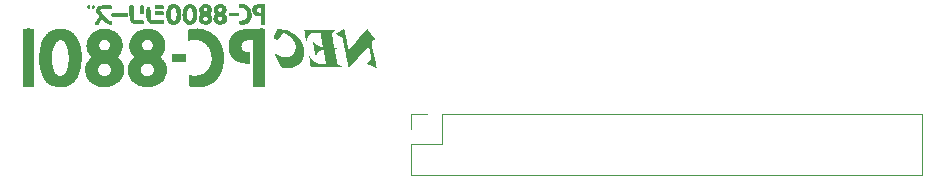
<source format=gbr>
G04 #@! TF.GenerationSoftware,KiCad,Pcbnew,7.0.7*
G04 #@! TF.CreationDate,2023-11-12T13:18:28+03:00*
G04 #@! TF.ProjectId,floppy-adapter-4,666c6f70-7079-42d6-9164-61707465722d,rev?*
G04 #@! TF.SameCoordinates,Original*
G04 #@! TF.FileFunction,Legend,Bot*
G04 #@! TF.FilePolarity,Positive*
%FSLAX46Y46*%
G04 Gerber Fmt 4.6, Leading zero omitted, Abs format (unit mm)*
G04 Created by KiCad (PCBNEW 7.0.7) date 2023-11-12 13:18:28*
%MOMM*%
%LPD*%
G01*
G04 APERTURE LIST*
%ADD10C,0.000000*%
%ADD11C,0.120000*%
G04 APERTURE END LIST*
D10*
G36*
X140164450Y-87884788D02*
G01*
X140207034Y-87887454D01*
X140240820Y-87892195D01*
X140264424Y-87899143D01*
X140264424Y-87899223D01*
X140268576Y-87920343D01*
X140272190Y-87976430D01*
X140277796Y-88173610D01*
X140282462Y-88768736D01*
X140278288Y-89366303D01*
X140272844Y-89566534D01*
X140269275Y-89624604D01*
X140265139Y-89648012D01*
X140262268Y-89650058D01*
X140257946Y-89651968D01*
X140245344Y-89655382D01*
X140228118Y-89658256D01*
X140207056Y-89660593D01*
X140182943Y-89662395D01*
X140156565Y-89663662D01*
X140100158Y-89664602D01*
X140044123Y-89663429D01*
X140018210Y-89662054D01*
X139994748Y-89660157D01*
X139974523Y-89657739D01*
X139958321Y-89654802D01*
X139946928Y-89651347D01*
X139943281Y-89649427D01*
X139941131Y-89647378D01*
X139940008Y-89642084D01*
X139938850Y-89629870D01*
X139936462Y-89586136D01*
X139934037Y-89519090D01*
X139931645Y-89431646D01*
X139927244Y-89207222D01*
X139923825Y-88936177D01*
X139917159Y-88241646D01*
X139867706Y-88237678D01*
X139851366Y-88236872D01*
X139834253Y-88237096D01*
X139816549Y-88238292D01*
X139798434Y-88240405D01*
X139780089Y-88243376D01*
X139761694Y-88247150D01*
X139743430Y-88251669D01*
X139725478Y-88256876D01*
X139708017Y-88262715D01*
X139691230Y-88269129D01*
X139675295Y-88276061D01*
X139660394Y-88283453D01*
X139646708Y-88291250D01*
X139634416Y-88299394D01*
X139623700Y-88307829D01*
X139614740Y-88316497D01*
X139606310Y-88326565D01*
X139598997Y-88337049D01*
X139592774Y-88347900D01*
X139587615Y-88359069D01*
X139583496Y-88370508D01*
X139580389Y-88382170D01*
X139578269Y-88394007D01*
X139577110Y-88405969D01*
X139576886Y-88418009D01*
X139577572Y-88430078D01*
X139579141Y-88442129D01*
X139581567Y-88454113D01*
X139584825Y-88465982D01*
X139588889Y-88477689D01*
X139593733Y-88489183D01*
X139599331Y-88500419D01*
X139605657Y-88511346D01*
X139612685Y-88521918D01*
X139620389Y-88532086D01*
X139628744Y-88541802D01*
X139637724Y-88551017D01*
X139647302Y-88559684D01*
X139657453Y-88567754D01*
X139668150Y-88575179D01*
X139679369Y-88581911D01*
X139691083Y-88587901D01*
X139703266Y-88593103D01*
X139715893Y-88597466D01*
X139728937Y-88600944D01*
X139742372Y-88603488D01*
X139756174Y-88605049D01*
X139770315Y-88605581D01*
X139776644Y-88606226D01*
X139782810Y-88608120D01*
X139788800Y-88611197D01*
X139794602Y-88615393D01*
X139800204Y-88620642D01*
X139805593Y-88626881D01*
X139810757Y-88634043D01*
X139815683Y-88642065D01*
X139820360Y-88650881D01*
X139824775Y-88660427D01*
X139828916Y-88670637D01*
X139832770Y-88681448D01*
X139839570Y-88704611D01*
X139845076Y-88729396D01*
X139849189Y-88755285D01*
X139851811Y-88781760D01*
X139852844Y-88808302D01*
X139852189Y-88834393D01*
X139851198Y-88847107D01*
X139849748Y-88859514D01*
X139847826Y-88871549D01*
X139845421Y-88883147D01*
X139842521Y-88894243D01*
X139839112Y-88904773D01*
X139835182Y-88914672D01*
X139830720Y-88923874D01*
X139827654Y-88928169D01*
X139823363Y-88931982D01*
X139817910Y-88935320D01*
X139811357Y-88938195D01*
X139803767Y-88940613D01*
X139795201Y-88942585D01*
X139775395Y-88945224D01*
X139752436Y-88946184D01*
X139726825Y-88945537D01*
X139699059Y-88943355D01*
X139669638Y-88939710D01*
X139639061Y-88934673D01*
X139607827Y-88928316D01*
X139576435Y-88920712D01*
X139545383Y-88911931D01*
X139515171Y-88902046D01*
X139486297Y-88891130D01*
X139459260Y-88879252D01*
X139434560Y-88866486D01*
X139404154Y-88847770D01*
X139375727Y-88827132D01*
X139349278Y-88804707D01*
X139324806Y-88780627D01*
X139302311Y-88755027D01*
X139281791Y-88728041D01*
X139263246Y-88699803D01*
X139246676Y-88670446D01*
X139232079Y-88640105D01*
X139219454Y-88608913D01*
X139208802Y-88577005D01*
X139200121Y-88544514D01*
X139193410Y-88511574D01*
X139188669Y-88478319D01*
X139185898Y-88444883D01*
X139185094Y-88411400D01*
X139186258Y-88378003D01*
X139189389Y-88344827D01*
X139194486Y-88312006D01*
X139201548Y-88279673D01*
X139210575Y-88247963D01*
X139221566Y-88217009D01*
X139234520Y-88186945D01*
X139249436Y-88157905D01*
X139266314Y-88130022D01*
X139285152Y-88103432D01*
X139305951Y-88078268D01*
X139328710Y-88054663D01*
X139353427Y-88032752D01*
X139380101Y-88012668D01*
X139408733Y-87994545D01*
X139439322Y-87978518D01*
X139470461Y-87966296D01*
X139510776Y-87954421D01*
X139558886Y-87943029D01*
X139613406Y-87932250D01*
X139736150Y-87913066D01*
X139867947Y-87897933D01*
X139997734Y-87887911D01*
X140058418Y-87885150D01*
X140114451Y-87884064D01*
X140164450Y-87884788D01*
G37*
G36*
X145864326Y-90130991D02*
G01*
X146113599Y-90134424D01*
X146177887Y-90136879D01*
X146200797Y-90139821D01*
X146200798Y-90139822D01*
X146202200Y-90142393D01*
X146203267Y-90145048D01*
X146203998Y-90147786D01*
X146204391Y-90150609D01*
X146204448Y-90153516D01*
X146204168Y-90156509D01*
X146203549Y-90159586D01*
X146202593Y-90162750D01*
X146201297Y-90166000D01*
X146199663Y-90169337D01*
X146197689Y-90172761D01*
X146195375Y-90176273D01*
X146192720Y-90179873D01*
X146189725Y-90183562D01*
X146186388Y-90187340D01*
X146182710Y-90191207D01*
X146178690Y-90195164D01*
X146174328Y-90199212D01*
X146169622Y-90203351D01*
X146164573Y-90207581D01*
X146159180Y-90211903D01*
X146153444Y-90216317D01*
X146140936Y-90225424D01*
X146127046Y-90234905D01*
X146111771Y-90244764D01*
X146095108Y-90255005D01*
X146077053Y-90265631D01*
X146027623Y-90294540D01*
X146007555Y-90306857D01*
X145990343Y-90318105D01*
X145975805Y-90328553D01*
X145963760Y-90338467D01*
X145958615Y-90343307D01*
X145954026Y-90348115D01*
X145949969Y-90352923D01*
X145946421Y-90357766D01*
X145943361Y-90362675D01*
X145940764Y-90367686D01*
X145938610Y-90372831D01*
X145936874Y-90378144D01*
X145935534Y-90383658D01*
X145934567Y-90389406D01*
X145933952Y-90395423D01*
X145933664Y-90401742D01*
X145933982Y-90415418D01*
X145935340Y-90430702D01*
X145937556Y-90447861D01*
X145940448Y-90467164D01*
X146033178Y-90992289D01*
X146129122Y-91513009D01*
X146132467Y-91528086D01*
X146136051Y-91541658D01*
X146137977Y-91547914D01*
X146140018Y-91553834D01*
X146142191Y-91559433D01*
X146144515Y-91564723D01*
X146147007Y-91569719D01*
X146149687Y-91574433D01*
X146152571Y-91578880D01*
X146155678Y-91583072D01*
X146159027Y-91587024D01*
X146162636Y-91590749D01*
X146166523Y-91594261D01*
X146170705Y-91597573D01*
X146175202Y-91600699D01*
X146180031Y-91603652D01*
X146185210Y-91606446D01*
X146190758Y-91609094D01*
X146196693Y-91611610D01*
X146203033Y-91614008D01*
X146209797Y-91616301D01*
X146217002Y-91618502D01*
X146232808Y-91622685D01*
X146250599Y-91626666D01*
X146270519Y-91630552D01*
X146292714Y-91634453D01*
X146309071Y-91637412D01*
X146324475Y-91640618D01*
X146338919Y-91644049D01*
X146352399Y-91647683D01*
X146364909Y-91651497D01*
X146376445Y-91655469D01*
X146387001Y-91659576D01*
X146396572Y-91663797D01*
X146405152Y-91668108D01*
X146412738Y-91672487D01*
X146419322Y-91676913D01*
X146424902Y-91681362D01*
X146429470Y-91685812D01*
X146433022Y-91690240D01*
X146435553Y-91694626D01*
X146437058Y-91698945D01*
X146437531Y-91703176D01*
X146436967Y-91707296D01*
X146435362Y-91711283D01*
X146432709Y-91715114D01*
X146429004Y-91718768D01*
X146424242Y-91722221D01*
X146418417Y-91725452D01*
X146411524Y-91728438D01*
X146403558Y-91731156D01*
X146394514Y-91733584D01*
X146384387Y-91735700D01*
X146373172Y-91737482D01*
X146360862Y-91738907D01*
X146347454Y-91739952D01*
X146332942Y-91740596D01*
X146317321Y-91740815D01*
X146293636Y-91741237D01*
X146282866Y-91741826D01*
X146272795Y-91742721D01*
X146263413Y-91743964D01*
X146254707Y-91745595D01*
X146246665Y-91747655D01*
X146239278Y-91750185D01*
X146232532Y-91753226D01*
X146226417Y-91756820D01*
X146220921Y-91761006D01*
X146216033Y-91765825D01*
X146211741Y-91771320D01*
X146208033Y-91777530D01*
X146204899Y-91784496D01*
X146202326Y-91792260D01*
X146200304Y-91800862D01*
X146198820Y-91810344D01*
X146197863Y-91820745D01*
X146197423Y-91832108D01*
X146197486Y-91844473D01*
X146198042Y-91857880D01*
X146199080Y-91872372D01*
X146200587Y-91887988D01*
X146202553Y-91904769D01*
X146204966Y-91922758D01*
X146211086Y-91962517D01*
X146218855Y-92007594D01*
X146228182Y-92058315D01*
X146254847Y-92202057D01*
X146280929Y-92345905D01*
X146350043Y-92734524D01*
X146372145Y-92851155D01*
X146388942Y-92928108D01*
X146396054Y-92954542D01*
X146402682Y-92974462D01*
X146409109Y-92989002D01*
X146415615Y-92999298D01*
X146422481Y-93006484D01*
X146429988Y-93011696D01*
X146448051Y-93020736D01*
X146456461Y-93024705D01*
X146468626Y-93030028D01*
X146483970Y-93036475D01*
X146501917Y-93043815D01*
X146543320Y-93060250D01*
X146588228Y-93077489D01*
X146611008Y-93086461D01*
X146633817Y-93096145D01*
X146656044Y-93106235D01*
X146677078Y-93116423D01*
X146696307Y-93126403D01*
X146713120Y-93135867D01*
X146726907Y-93144510D01*
X146732474Y-93148427D01*
X146737056Y-93152023D01*
X146753003Y-93165076D01*
X146766254Y-93176418D01*
X146771196Y-93181484D01*
X146774658Y-93186165D01*
X146775749Y-93188366D01*
X146776370Y-93190475D01*
X146776486Y-93192496D01*
X146776065Y-93194429D01*
X146775071Y-93196277D01*
X146773472Y-93198040D01*
X146771235Y-93199722D01*
X146768325Y-93201324D01*
X146764708Y-93202847D01*
X146760353Y-93204293D01*
X146749288Y-93206963D01*
X146734861Y-93209347D01*
X146716804Y-93211459D01*
X146694848Y-93213315D01*
X146668724Y-93214927D01*
X146638163Y-93216311D01*
X146602896Y-93217480D01*
X146517172Y-93219231D01*
X146409401Y-93220294D01*
X146277433Y-93220781D01*
X146119119Y-93220808D01*
X145932307Y-93220486D01*
X145464595Y-93219254D01*
X144152685Y-93215920D01*
X144143160Y-93182820D01*
X144140629Y-93172243D01*
X144137131Y-93154817D01*
X144127850Y-93103098D01*
X144116560Y-93035023D01*
X144104504Y-92957951D01*
X144053109Y-92631849D01*
X144002428Y-92326285D01*
X144001692Y-92321604D01*
X144001165Y-92317177D01*
X144000838Y-92313006D01*
X144000707Y-92309092D01*
X144000765Y-92305438D01*
X144001007Y-92302045D01*
X144001425Y-92298915D01*
X144002015Y-92296050D01*
X144002769Y-92293452D01*
X144003683Y-92291122D01*
X144004749Y-92289063D01*
X144005962Y-92287276D01*
X144007316Y-92285763D01*
X144008804Y-92284526D01*
X144010421Y-92283566D01*
X144012161Y-92282887D01*
X144014017Y-92282488D01*
X144015984Y-92282373D01*
X144018055Y-92282542D01*
X144020224Y-92282999D01*
X144022486Y-92283744D01*
X144024834Y-92284780D01*
X144027262Y-92286109D01*
X144029764Y-92287731D01*
X144032334Y-92289649D01*
X144034966Y-92291866D01*
X144037654Y-92294382D01*
X144040391Y-92297199D01*
X144043173Y-92300320D01*
X144045992Y-92303746D01*
X144048843Y-92307480D01*
X144051720Y-92311521D01*
X144080271Y-92357980D01*
X144109504Y-92402555D01*
X144139390Y-92445273D01*
X144169905Y-92486161D01*
X144201022Y-92525247D01*
X144232715Y-92562557D01*
X144264959Y-92598118D01*
X144297726Y-92631957D01*
X144330992Y-92664101D01*
X144364729Y-92694578D01*
X144398912Y-92723413D01*
X144433515Y-92750635D01*
X144468512Y-92776269D01*
X144503877Y-92800343D01*
X144539583Y-92822884D01*
X144575605Y-92843919D01*
X144648491Y-92881578D01*
X144722326Y-92913536D01*
X144796903Y-92940009D01*
X144872012Y-92961212D01*
X144947445Y-92977360D01*
X145022995Y-92988671D01*
X145098451Y-92995358D01*
X145173606Y-92997638D01*
X145276461Y-92998022D01*
X145317186Y-92997896D01*
X145351393Y-92997019D01*
X145379544Y-92994988D01*
X145391494Y-92993413D01*
X145402104Y-92991397D01*
X145411432Y-92988891D01*
X145419535Y-92985844D01*
X145426471Y-92982205D01*
X145432299Y-92977924D01*
X145437076Y-92972950D01*
X145440860Y-92967232D01*
X145443709Y-92960721D01*
X145445680Y-92953366D01*
X145446832Y-92945116D01*
X145447223Y-92935921D01*
X145445950Y-92914492D01*
X145442326Y-92888676D01*
X145436813Y-92858069D01*
X145421970Y-92780865D01*
X145390925Y-92611697D01*
X145361486Y-92448602D01*
X145337793Y-92317058D01*
X145320529Y-92223732D01*
X145303741Y-92132332D01*
X145281238Y-92005452D01*
X145259503Y-91883611D01*
X145251900Y-91845805D01*
X145248566Y-91831501D01*
X145245410Y-91819813D01*
X145242334Y-91810404D01*
X145239237Y-91802937D01*
X145236020Y-91797074D01*
X145232583Y-91792478D01*
X145228826Y-91788813D01*
X145224650Y-91785741D01*
X145214643Y-91780026D01*
X145202353Y-91774552D01*
X145189060Y-91770673D01*
X145174833Y-91768341D01*
X145159741Y-91767508D01*
X145143854Y-91768126D01*
X145127242Y-91770147D01*
X145109973Y-91773524D01*
X145092118Y-91778208D01*
X145073745Y-91784151D01*
X145054925Y-91791306D01*
X145035727Y-91799623D01*
X145016220Y-91809056D01*
X144976557Y-91831076D01*
X144936493Y-91856980D01*
X144896583Y-91886386D01*
X144857384Y-91918909D01*
X144819450Y-91954166D01*
X144783339Y-91991771D01*
X144749605Y-92031343D01*
X144718804Y-92072495D01*
X144704677Y-92093545D01*
X144691492Y-92114846D01*
X144679318Y-92136350D01*
X144668225Y-92158010D01*
X144607266Y-92283264D01*
X144605498Y-92286619D01*
X144603683Y-92289662D01*
X144601823Y-92292395D01*
X144599925Y-92294822D01*
X144597994Y-92296945D01*
X144596034Y-92298767D01*
X144594050Y-92300292D01*
X144592048Y-92301521D01*
X144590031Y-92302459D01*
X144588006Y-92303108D01*
X144585978Y-92303470D01*
X144583950Y-92303550D01*
X144581929Y-92303349D01*
X144579919Y-92302870D01*
X144577925Y-92302118D01*
X144575952Y-92301093D01*
X144574005Y-92299801D01*
X144572089Y-92298242D01*
X144570209Y-92296421D01*
X144568370Y-92294340D01*
X144566577Y-92292002D01*
X144564835Y-92289410D01*
X144563148Y-92286567D01*
X144561523Y-92283476D01*
X144559963Y-92280139D01*
X144558474Y-92276561D01*
X144557061Y-92272743D01*
X144555729Y-92268688D01*
X144554482Y-92264400D01*
X144553326Y-92259881D01*
X144552265Y-92255135D01*
X144551306Y-92250164D01*
X144407479Y-91476258D01*
X144374131Y-91303151D01*
X144359136Y-91228448D01*
X144347868Y-91174871D01*
X144342122Y-91148181D01*
X144337556Y-91125093D01*
X144334336Y-91105625D01*
X144332628Y-91089795D01*
X144332393Y-91083249D01*
X144332598Y-91077620D01*
X144333264Y-91072908D01*
X144334412Y-91069117D01*
X144336062Y-91066249D01*
X144338236Y-91064305D01*
X144340954Y-91063288D01*
X144344236Y-91063201D01*
X144348105Y-91064044D01*
X144352579Y-91065822D01*
X144357680Y-91068534D01*
X144363430Y-91072185D01*
X144369847Y-91076776D01*
X144376955Y-91082310D01*
X144393320Y-91096212D01*
X144412691Y-91113910D01*
X144435235Y-91135421D01*
X144490504Y-91189952D01*
X144531642Y-91230213D01*
X144571665Y-91267735D01*
X144610633Y-91302555D01*
X144648608Y-91334711D01*
X144685653Y-91364240D01*
X144721830Y-91391179D01*
X144757198Y-91415564D01*
X144791822Y-91437434D01*
X144825762Y-91456825D01*
X144859080Y-91473773D01*
X144891837Y-91488317D01*
X144924097Y-91500494D01*
X144955919Y-91510339D01*
X144987367Y-91517892D01*
X145018501Y-91523188D01*
X145049384Y-91526264D01*
X145070972Y-91527449D01*
X145090171Y-91528022D01*
X145107083Y-91527892D01*
X145121810Y-91526964D01*
X145128385Y-91526171D01*
X145134451Y-91525145D01*
X145140022Y-91523872D01*
X145145109Y-91522341D01*
X145149725Y-91520540D01*
X145153883Y-91518459D01*
X145157596Y-91516085D01*
X145160876Y-91513406D01*
X145163736Y-91510410D01*
X145166188Y-91507087D01*
X145168245Y-91503424D01*
X145169920Y-91499410D01*
X145171225Y-91495033D01*
X145172173Y-91490281D01*
X145172777Y-91485143D01*
X145173049Y-91479607D01*
X145173002Y-91473661D01*
X145172648Y-91467293D01*
X145171071Y-91453247D01*
X145168420Y-91437375D01*
X145164795Y-91419584D01*
X145135124Y-91257958D01*
X145084587Y-90967097D01*
X145033574Y-90665863D01*
X145002474Y-90473117D01*
X144996064Y-90424451D01*
X144992995Y-90405153D01*
X144991165Y-90396656D01*
X144989012Y-90388885D01*
X144986443Y-90381811D01*
X144983364Y-90375402D01*
X144979680Y-90369629D01*
X144975297Y-90364459D01*
X144970121Y-90359864D01*
X144964058Y-90355811D01*
X144957014Y-90352271D01*
X144948896Y-90349212D01*
X144939607Y-90346605D01*
X144929056Y-90344418D01*
X144917147Y-90342621D01*
X144903787Y-90341184D01*
X144888881Y-90340075D01*
X144872335Y-90339263D01*
X144833948Y-90338412D01*
X144787873Y-90338385D01*
X144733358Y-90338938D01*
X144595994Y-90340799D01*
X144459226Y-90342523D01*
X144356297Y-90345022D01*
X144315437Y-90347067D01*
X144280536Y-90349911D01*
X144250760Y-90353757D01*
X144225273Y-90358807D01*
X144203244Y-90365262D01*
X144183837Y-90373325D01*
X144166218Y-90383197D01*
X144149555Y-90395080D01*
X144133012Y-90409177D01*
X144115756Y-90425689D01*
X144075770Y-90466767D01*
X144054923Y-90489561D01*
X144034006Y-90514793D01*
X144013175Y-90542167D01*
X143992582Y-90571387D01*
X143972382Y-90602156D01*
X143952729Y-90634178D01*
X143933777Y-90667156D01*
X143915681Y-90700794D01*
X143898594Y-90734796D01*
X143882670Y-90768865D01*
X143868063Y-90802706D01*
X143854928Y-90836021D01*
X143843418Y-90868514D01*
X143833688Y-90899888D01*
X143825892Y-90929849D01*
X143820183Y-90958098D01*
X143818429Y-90967605D01*
X143816524Y-90976352D01*
X143814478Y-90984345D01*
X143812302Y-90991589D01*
X143810006Y-90998091D01*
X143807602Y-91003856D01*
X143805101Y-91008891D01*
X143802512Y-91013202D01*
X143799847Y-91016794D01*
X143797116Y-91019674D01*
X143794331Y-91021848D01*
X143791502Y-91023321D01*
X143788639Y-91024100D01*
X143785754Y-91024191D01*
X143782857Y-91023600D01*
X143779959Y-91022332D01*
X143777071Y-91020395D01*
X143774204Y-91017793D01*
X143771368Y-91014533D01*
X143768573Y-91010620D01*
X143765832Y-91006062D01*
X143763154Y-91000864D01*
X143760551Y-90995031D01*
X143758032Y-90988571D01*
X143755609Y-90981488D01*
X143753293Y-90973789D01*
X143751094Y-90965481D01*
X143749024Y-90956568D01*
X143747092Y-90947057D01*
X143745309Y-90936955D01*
X143743687Y-90926266D01*
X143742236Y-90914998D01*
X143734609Y-90862844D01*
X143720031Y-90773760D01*
X143700602Y-90660222D01*
X143678419Y-90534712D01*
X143656835Y-90411250D01*
X143639039Y-90303185D01*
X143626883Y-90222162D01*
X143623500Y-90195430D01*
X143622221Y-90179826D01*
X143621348Y-90133551D01*
X144907064Y-90130137D01*
X145864326Y-90130991D01*
G37*
G36*
X133417586Y-92101355D02*
G01*
X133542853Y-92103454D01*
X133577861Y-92104927D01*
X133591288Y-92106653D01*
X133591288Y-92106732D01*
X133592200Y-92109484D01*
X133593087Y-92115770D01*
X133594766Y-92138199D01*
X133596289Y-92172527D01*
X133597619Y-92217262D01*
X133598718Y-92270912D01*
X133599549Y-92331984D01*
X133600074Y-92398987D01*
X133600258Y-92470429D01*
X133600258Y-92825156D01*
X133570492Y-92832299D01*
X133553315Y-92833674D01*
X133515628Y-92834812D01*
X133388218Y-92836327D01*
X133207244Y-92836742D01*
X132991691Y-92835950D01*
X132442732Y-92832299D01*
X132442732Y-92104589D01*
X133012486Y-92101176D01*
X133234469Y-92100536D01*
X133417586Y-92101355D01*
G37*
G36*
X128227018Y-91449536D02*
G01*
X128220358Y-91518855D01*
X128209207Y-91588613D01*
X128193484Y-91659218D01*
X128173112Y-91731082D01*
X128148012Y-91804615D01*
X128118105Y-91880226D01*
X128083313Y-91958327D01*
X128043556Y-92039327D01*
X127998758Y-92123637D01*
X127948838Y-92211666D01*
X127914928Y-92270422D01*
X127885863Y-92321908D01*
X127864730Y-92360580D01*
X127858104Y-92373378D01*
X127854619Y-92380894D01*
X127854097Y-92382920D01*
X127853954Y-92385284D01*
X127854179Y-92387972D01*
X127854761Y-92390967D01*
X127855690Y-92394257D01*
X127856954Y-92397826D01*
X127860447Y-92405744D01*
X127865155Y-92414607D01*
X127870993Y-92424296D01*
X127877874Y-92434697D01*
X127885713Y-92445694D01*
X127894425Y-92457169D01*
X127903924Y-92469007D01*
X127914124Y-92481092D01*
X127924939Y-92493307D01*
X127936285Y-92505537D01*
X127948076Y-92517665D01*
X127960226Y-92529576D01*
X127972649Y-92541152D01*
X128027592Y-92594388D01*
X128078228Y-92650324D01*
X128124580Y-92708767D01*
X128166672Y-92769523D01*
X128204528Y-92832400D01*
X128238173Y-92897205D01*
X128267630Y-92963745D01*
X128292923Y-93031826D01*
X128314076Y-93101255D01*
X128331113Y-93171840D01*
X128344059Y-93243388D01*
X128352937Y-93315705D01*
X128357771Y-93388598D01*
X128358498Y-93453998D01*
X128358586Y-93461874D01*
X128355405Y-93535341D01*
X128348252Y-93608805D01*
X128337151Y-93682073D01*
X128322127Y-93754953D01*
X128303203Y-93827250D01*
X128280404Y-93898773D01*
X128253753Y-93969328D01*
X128223274Y-94038721D01*
X128188992Y-94106761D01*
X128150930Y-94173253D01*
X128109112Y-94238006D01*
X128063563Y-94300825D01*
X128014306Y-94361518D01*
X127961366Y-94419892D01*
X127904766Y-94475753D01*
X127844531Y-94528909D01*
X127780684Y-94579167D01*
X127713250Y-94626333D01*
X127614300Y-94687286D01*
X127513403Y-94741373D01*
X127410856Y-94788700D01*
X127306958Y-94829372D01*
X127202008Y-94863494D01*
X127096303Y-94891170D01*
X126990142Y-94912506D01*
X126883823Y-94927607D01*
X126777645Y-94936578D01*
X126671906Y-94939524D01*
X126566904Y-94936549D01*
X126462937Y-94927759D01*
X126360305Y-94913259D01*
X126259304Y-94893154D01*
X126160234Y-94867549D01*
X126063392Y-94836548D01*
X125969078Y-94800258D01*
X125877589Y-94758782D01*
X125789223Y-94712226D01*
X125704280Y-94660695D01*
X125623057Y-94604294D01*
X125545852Y-94543128D01*
X125472965Y-94477301D01*
X125404692Y-94406920D01*
X125341334Y-94332088D01*
X125283187Y-94252912D01*
X125230550Y-94169495D01*
X125183721Y-94081943D01*
X125143000Y-93990362D01*
X125108684Y-93894855D01*
X125081071Y-93795528D01*
X125060459Y-93692486D01*
X125047387Y-93601626D01*
X125038596Y-93515530D01*
X125035089Y-93449189D01*
X126158087Y-93449189D01*
X126158088Y-93492163D01*
X126161295Y-93535029D01*
X126167699Y-93577532D01*
X126177289Y-93619415D01*
X126190057Y-93660424D01*
X126205993Y-93700302D01*
X126225087Y-93738795D01*
X126247330Y-93775647D01*
X126272712Y-93810603D01*
X126301224Y-93843407D01*
X126332856Y-93873804D01*
X126367599Y-93901539D01*
X126405442Y-93926355D01*
X126446378Y-93947998D01*
X126490395Y-93966213D01*
X126537484Y-93980743D01*
X126587637Y-93991333D01*
X126620158Y-93995944D01*
X126652200Y-93998976D01*
X126683729Y-94000455D01*
X126714711Y-94000409D01*
X126745111Y-93998864D01*
X126774897Y-93995848D01*
X126804032Y-93991388D01*
X126832485Y-93985510D01*
X126860219Y-93978241D01*
X126887202Y-93969609D01*
X126913400Y-93959641D01*
X126938778Y-93948363D01*
X126963302Y-93935802D01*
X126986939Y-93921986D01*
X127009653Y-93906941D01*
X127031412Y-93890695D01*
X127052181Y-93873274D01*
X127071926Y-93854706D01*
X127090612Y-93835017D01*
X127108207Y-93814234D01*
X127124676Y-93792385D01*
X127139984Y-93769496D01*
X127154098Y-93745594D01*
X127166984Y-93720707D01*
X127178607Y-93694861D01*
X127188934Y-93668084D01*
X127197931Y-93640402D01*
X127205563Y-93611842D01*
X127211797Y-93582431D01*
X127216597Y-93552197D01*
X127219932Y-93521166D01*
X127221765Y-93489365D01*
X127222042Y-93453998D01*
X127220534Y-93419535D01*
X127217281Y-93386008D01*
X127212326Y-93353449D01*
X127205708Y-93321889D01*
X127197471Y-93291362D01*
X127187653Y-93261900D01*
X127176298Y-93233534D01*
X127163445Y-93206296D01*
X127149137Y-93180220D01*
X127133413Y-93155336D01*
X127116316Y-93131677D01*
X127097887Y-93109276D01*
X127078166Y-93088164D01*
X127057195Y-93068373D01*
X127035015Y-93049936D01*
X127011667Y-93032884D01*
X126987192Y-93017251D01*
X126961632Y-93003067D01*
X126935028Y-92990366D01*
X126907421Y-92979179D01*
X126878851Y-92969538D01*
X126849360Y-92961476D01*
X126818990Y-92955024D01*
X126787782Y-92950216D01*
X126755776Y-92947082D01*
X126723013Y-92945655D01*
X126689536Y-92945968D01*
X126655385Y-92948052D01*
X126620601Y-92951939D01*
X126585225Y-92957662D01*
X126549299Y-92965253D01*
X126549299Y-92965252D01*
X126500062Y-92979202D01*
X126454175Y-92996874D01*
X126411628Y-93018014D01*
X126372411Y-93042366D01*
X126336514Y-93069675D01*
X126303929Y-93099685D01*
X126274645Y-93132141D01*
X126248654Y-93166788D01*
X126225945Y-93203369D01*
X126206508Y-93241630D01*
X126190336Y-93281315D01*
X126177417Y-93322169D01*
X126167742Y-93363936D01*
X126161302Y-93406361D01*
X126158087Y-93449189D01*
X125035089Y-93449189D01*
X125034268Y-93433664D01*
X125034589Y-93355496D01*
X125039741Y-93280493D01*
X125049909Y-93208122D01*
X125065277Y-93137850D01*
X125086028Y-93069145D01*
X125112346Y-93001472D01*
X125144415Y-92934301D01*
X125182418Y-92867097D01*
X125226541Y-92799328D01*
X125276965Y-92730461D01*
X125333876Y-92659963D01*
X125397457Y-92587301D01*
X125467892Y-92511942D01*
X125491952Y-92486492D01*
X125512563Y-92463745D01*
X125529697Y-92443743D01*
X125536952Y-92434783D01*
X125543327Y-92426525D01*
X125548820Y-92418972D01*
X125553426Y-92412130D01*
X125557143Y-92406005D01*
X125559968Y-92400600D01*
X125561896Y-92395921D01*
X125562924Y-92391974D01*
X125563050Y-92388762D01*
X125562773Y-92387434D01*
X125562269Y-92386291D01*
X125559376Y-92381789D01*
X125555009Y-92375499D01*
X125549383Y-92367709D01*
X125542712Y-92358709D01*
X125535211Y-92348785D01*
X125527096Y-92338228D01*
X125518581Y-92327324D01*
X125509880Y-92316362D01*
X125483172Y-92282182D01*
X125456971Y-92247221D01*
X125431390Y-92211680D01*
X125406544Y-92175756D01*
X125359510Y-92103555D01*
X125337550Y-92067676D01*
X125316781Y-92032210D01*
X125297315Y-91997355D01*
X125279268Y-91963309D01*
X125262753Y-91930272D01*
X125247884Y-91898442D01*
X125234774Y-91868018D01*
X125223539Y-91839199D01*
X125214291Y-91812184D01*
X125207145Y-91787170D01*
X125190434Y-91714132D01*
X125177357Y-91641518D01*
X125167865Y-91569410D01*
X125161911Y-91497889D01*
X125159446Y-91427034D01*
X125159650Y-91412368D01*
X126250455Y-91412368D01*
X126252317Y-91442500D01*
X126256079Y-91472384D01*
X126261746Y-91501899D01*
X126269322Y-91530925D01*
X126278811Y-91559338D01*
X126290216Y-91587018D01*
X126303542Y-91613844D01*
X126318793Y-91639693D01*
X126335972Y-91664446D01*
X126355083Y-91687980D01*
X126376131Y-91710174D01*
X126399119Y-91730906D01*
X126424051Y-91750056D01*
X126450932Y-91767502D01*
X126479765Y-91783122D01*
X126509682Y-91796764D01*
X126539692Y-91808308D01*
X126569727Y-91817797D01*
X126599719Y-91825270D01*
X126629600Y-91830770D01*
X126659300Y-91834338D01*
X126688751Y-91836013D01*
X126717886Y-91835839D01*
X126746635Y-91833856D01*
X126774930Y-91830105D01*
X126802702Y-91824628D01*
X126829885Y-91817465D01*
X126856408Y-91808658D01*
X126882203Y-91798248D01*
X126907203Y-91786276D01*
X126931338Y-91772783D01*
X126954541Y-91757811D01*
X126976743Y-91741401D01*
X126997875Y-91723594D01*
X127017869Y-91704430D01*
X127036656Y-91683953D01*
X127054169Y-91662201D01*
X127070339Y-91639218D01*
X127085097Y-91615043D01*
X127098375Y-91589718D01*
X127110104Y-91563284D01*
X127120217Y-91535783D01*
X127128644Y-91507256D01*
X127135318Y-91477743D01*
X127140170Y-91447287D01*
X127143131Y-91415928D01*
X127144133Y-91383707D01*
X127143190Y-91351441D01*
X127140402Y-91320052D01*
X127135831Y-91289578D01*
X127129538Y-91260057D01*
X127121587Y-91231531D01*
X127112037Y-91204036D01*
X127100953Y-91177613D01*
X127088394Y-91152301D01*
X127074424Y-91128139D01*
X127059104Y-91105166D01*
X127042496Y-91083421D01*
X127024662Y-91062944D01*
X127005664Y-91043773D01*
X126985563Y-91025948D01*
X126964422Y-91009508D01*
X126942302Y-90994491D01*
X126919266Y-90980938D01*
X126895375Y-90968887D01*
X126870690Y-90958378D01*
X126845275Y-90949449D01*
X126819191Y-90942141D01*
X126792499Y-90936491D01*
X126765263Y-90932539D01*
X126737542Y-90930324D01*
X126709400Y-90929886D01*
X126680898Y-90931263D01*
X126652099Y-90934495D01*
X126623063Y-90939621D01*
X126593854Y-90946680D01*
X126564532Y-90955711D01*
X126535160Y-90966754D01*
X126505800Y-90979847D01*
X126475953Y-90995619D01*
X126447939Y-91013206D01*
X126421763Y-91032487D01*
X126397428Y-91053342D01*
X126374939Y-91075648D01*
X126354299Y-91099285D01*
X126335513Y-91124130D01*
X126318584Y-91150063D01*
X126303516Y-91176962D01*
X126290314Y-91204705D01*
X126278980Y-91233172D01*
X126269520Y-91262241D01*
X126261937Y-91291791D01*
X126256235Y-91321700D01*
X126252418Y-91351846D01*
X126250490Y-91382109D01*
X126250455Y-91412368D01*
X125159650Y-91412368D01*
X125160421Y-91356929D01*
X125164789Y-91287652D01*
X125172502Y-91219285D01*
X125183511Y-91151909D01*
X125197767Y-91085605D01*
X125215223Y-91020454D01*
X125235831Y-90956537D01*
X125259541Y-90893934D01*
X125286307Y-90832727D01*
X125316079Y-90772997D01*
X125348809Y-90714823D01*
X125384449Y-90658288D01*
X125422951Y-90603472D01*
X125464267Y-90550457D01*
X125508348Y-90499322D01*
X125555146Y-90450149D01*
X125604612Y-90403019D01*
X125656700Y-90358013D01*
X125711359Y-90315211D01*
X125768543Y-90274695D01*
X125828202Y-90236545D01*
X125890289Y-90200843D01*
X125954755Y-90167669D01*
X126021552Y-90137104D01*
X126090632Y-90109230D01*
X126161946Y-90084126D01*
X126235447Y-90061875D01*
X126273783Y-90051675D01*
X126312391Y-90042388D01*
X126351280Y-90034014D01*
X126390458Y-90026550D01*
X126429934Y-90019997D01*
X126469719Y-90014355D01*
X126509820Y-90009621D01*
X126550247Y-90005796D01*
X126591009Y-90002879D01*
X126632114Y-90000869D01*
X126673573Y-89999766D01*
X126715394Y-89999568D01*
X126757586Y-90000275D01*
X126800158Y-90001887D01*
X126843119Y-90004402D01*
X126886478Y-90007820D01*
X126886483Y-90007820D01*
X127004708Y-90022340D01*
X127119332Y-90044459D01*
X127230052Y-90073942D01*
X127336568Y-90110552D01*
X127438577Y-90154053D01*
X127535779Y-90204210D01*
X127627871Y-90260785D01*
X127714553Y-90323544D01*
X127795522Y-90392248D01*
X127870478Y-90466664D01*
X127939118Y-90546553D01*
X128001142Y-90631681D01*
X128056248Y-90721811D01*
X128104134Y-90816706D01*
X128144498Y-90916132D01*
X128177040Y-91019851D01*
X128195683Y-91095156D01*
X128210306Y-91168437D01*
X128220829Y-91240106D01*
X128227175Y-91310572D01*
X128229264Y-91380245D01*
X128229152Y-91383707D01*
X128227018Y-91449536D01*
G37*
G36*
X127031387Y-88020720D02*
G01*
X127189966Y-88024952D01*
X127302478Y-88032784D01*
X127334937Y-88038083D01*
X127344076Y-88041084D01*
X127348053Y-88044321D01*
X127348058Y-88044400D01*
X127350638Y-88053832D01*
X127352734Y-88067038D01*
X127354361Y-88083441D01*
X127355536Y-88102464D01*
X127356594Y-88146063D01*
X127356034Y-88193218D01*
X127353987Y-88239313D01*
X127350580Y-88279731D01*
X127348407Y-88296368D01*
X127345942Y-88309855D01*
X127343201Y-88319615D01*
X127341732Y-88322917D01*
X127340200Y-88325070D01*
X127338762Y-88326149D01*
X127336636Y-88327184D01*
X127330243Y-88329125D01*
X127320867Y-88330897D01*
X127308350Y-88332506D01*
X127292537Y-88333957D01*
X127273271Y-88335255D01*
X127250396Y-88336406D01*
X127223756Y-88337413D01*
X127158554Y-88339020D01*
X127076416Y-88340117D01*
X126976090Y-88340745D01*
X126856328Y-88340945D01*
X126388333Y-88340945D01*
X126349680Y-88379680D01*
X126337201Y-88392165D01*
X126331688Y-88397936D01*
X126326747Y-88403519D01*
X126322440Y-88409009D01*
X126320545Y-88411749D01*
X126318832Y-88414501D01*
X126317311Y-88417278D01*
X126315988Y-88420092D01*
X126314873Y-88422953D01*
X126313972Y-88425875D01*
X126313294Y-88428869D01*
X126312848Y-88431947D01*
X126312641Y-88435121D01*
X126312680Y-88438402D01*
X126312975Y-88441803D01*
X126313533Y-88445336D01*
X126314363Y-88449012D01*
X126315472Y-88452844D01*
X126316868Y-88456842D01*
X126318559Y-88461020D01*
X126320554Y-88465389D01*
X126322861Y-88469961D01*
X126325487Y-88474748D01*
X126328440Y-88479762D01*
X126335362Y-88490517D01*
X126343690Y-88502323D01*
X126353490Y-88515273D01*
X126364824Y-88529464D01*
X126377759Y-88544990D01*
X126392357Y-88561947D01*
X126408683Y-88580430D01*
X126426802Y-88600535D01*
X126446778Y-88622356D01*
X126492557Y-88671527D01*
X126546536Y-88728707D01*
X126681149Y-88870138D01*
X126843058Y-89040208D01*
X127004460Y-89210758D01*
X127019653Y-89226531D01*
X127034642Y-89241101D01*
X127049479Y-89254495D01*
X127064215Y-89266739D01*
X127078901Y-89277856D01*
X127093588Y-89287873D01*
X127108328Y-89296816D01*
X127123171Y-89304709D01*
X127138169Y-89311579D01*
X127153372Y-89317450D01*
X127168832Y-89322348D01*
X127184600Y-89326298D01*
X127200728Y-89329326D01*
X127217265Y-89331458D01*
X127234265Y-89332718D01*
X127251776Y-89333133D01*
X127269220Y-89333266D01*
X127284608Y-89333799D01*
X127291571Y-89334276D01*
X127298068Y-89334928D01*
X127304116Y-89335779D01*
X127309730Y-89336853D01*
X127314926Y-89338176D01*
X127319721Y-89339772D01*
X127324130Y-89341665D01*
X127328170Y-89343882D01*
X127331856Y-89346446D01*
X127335205Y-89349381D01*
X127338232Y-89352714D01*
X127340954Y-89356469D01*
X127343387Y-89360670D01*
X127345546Y-89365342D01*
X127347449Y-89370511D01*
X127349110Y-89376200D01*
X127350546Y-89382434D01*
X127351773Y-89389239D01*
X127352807Y-89396640D01*
X127353664Y-89404659D01*
X127354912Y-89422658D01*
X127355644Y-89443433D01*
X127355989Y-89467183D01*
X127356075Y-89494105D01*
X127356003Y-89522628D01*
X127355614Y-89547617D01*
X127354650Y-89569284D01*
X127352850Y-89587842D01*
X127351555Y-89596022D01*
X127349955Y-89603504D01*
X127348017Y-89610315D01*
X127345707Y-89616481D01*
X127342995Y-89622030D01*
X127339847Y-89626987D01*
X127336231Y-89631380D01*
X127332114Y-89635234D01*
X127327465Y-89638577D01*
X127322251Y-89641435D01*
X127316439Y-89643834D01*
X127309997Y-89645801D01*
X127302893Y-89647364D01*
X127295094Y-89648547D01*
X127286568Y-89649378D01*
X127277283Y-89649884D01*
X127256304Y-89650024D01*
X127231898Y-89649181D01*
X127171768Y-89645394D01*
X127100612Y-89640165D01*
X127071188Y-89637278D01*
X127044939Y-89633684D01*
X127021169Y-89628987D01*
X127009996Y-89626102D01*
X126999182Y-89622793D01*
X126988640Y-89619012D01*
X126978282Y-89614708D01*
X126968022Y-89609833D01*
X126957773Y-89604337D01*
X126947448Y-89598171D01*
X126936959Y-89591285D01*
X126926220Y-89583631D01*
X126915144Y-89575158D01*
X126891631Y-89555560D01*
X126865726Y-89532098D01*
X126836731Y-89504377D01*
X126803951Y-89472002D01*
X126724252Y-89391711D01*
X126639786Y-89307323D01*
X126568766Y-89238220D01*
X126540631Y-89211628D01*
X126518656Y-89191530D01*
X126503775Y-89178818D01*
X126499285Y-89175510D01*
X126496919Y-89174383D01*
X126493904Y-89174878D01*
X126490405Y-89176346D01*
X126486443Y-89178760D01*
X126482035Y-89182092D01*
X126477199Y-89186315D01*
X126471954Y-89191402D01*
X126460311Y-89204059D01*
X126447251Y-89219845D01*
X126432922Y-89238542D01*
X126417470Y-89259934D01*
X126401043Y-89283801D01*
X126383787Y-89309927D01*
X126365849Y-89338094D01*
X126347377Y-89368083D01*
X126328515Y-89399679D01*
X126309413Y-89432662D01*
X126290216Y-89466815D01*
X126271071Y-89501921D01*
X126252126Y-89537761D01*
X126242172Y-89556466D01*
X126232252Y-89574320D01*
X126222626Y-89590903D01*
X126213560Y-89605796D01*
X126205316Y-89618579D01*
X126198158Y-89628833D01*
X126195068Y-89632881D01*
X126192348Y-89636139D01*
X126190032Y-89638554D01*
X126188151Y-89640076D01*
X126181921Y-89642221D01*
X126170799Y-89644128D01*
X126155466Y-89645790D01*
X126136600Y-89647204D01*
X126090991Y-89649258D01*
X126039411Y-89650246D01*
X125987299Y-89650121D01*
X125940094Y-89648838D01*
X125903235Y-89646352D01*
X125890384Y-89644643D01*
X125882159Y-89642616D01*
X125877093Y-89640021D01*
X125872898Y-89636444D01*
X125869573Y-89631882D01*
X125867122Y-89626329D01*
X125865547Y-89619782D01*
X125864850Y-89612236D01*
X125865033Y-89603687D01*
X125866097Y-89594130D01*
X125868045Y-89583562D01*
X125870879Y-89571978D01*
X125874601Y-89559373D01*
X125879214Y-89545743D01*
X125884718Y-89531084D01*
X125891117Y-89515392D01*
X125906605Y-89480889D01*
X125925695Y-89442201D01*
X125948403Y-89399293D01*
X125974746Y-89352129D01*
X126004740Y-89300676D01*
X126038402Y-89244898D01*
X126075747Y-89184761D01*
X126116794Y-89120231D01*
X126161557Y-89051272D01*
X126194756Y-89000779D01*
X126207734Y-88980358D01*
X126218225Y-88962512D01*
X126222522Y-88954404D01*
X126226178Y-88946758D01*
X126229185Y-88939514D01*
X126231537Y-88932612D01*
X126233228Y-88925992D01*
X126234251Y-88919592D01*
X126234598Y-88913354D01*
X126234264Y-88907216D01*
X126233242Y-88901119D01*
X126231524Y-88895001D01*
X126229105Y-88888803D01*
X126225978Y-88882465D01*
X126222135Y-88875925D01*
X126217571Y-88869123D01*
X126212278Y-88862000D01*
X126206251Y-88854495D01*
X126191963Y-88838097D01*
X126174654Y-88819447D01*
X126130761Y-88773460D01*
X126108399Y-88749590D01*
X126087969Y-88727013D01*
X126069404Y-88705608D01*
X126052637Y-88685254D01*
X126037601Y-88665831D01*
X126024228Y-88647216D01*
X126012451Y-88629290D01*
X126002203Y-88611932D01*
X125993416Y-88595019D01*
X125986023Y-88578433D01*
X125979956Y-88562051D01*
X125975149Y-88545753D01*
X125971534Y-88529417D01*
X125969044Y-88512924D01*
X125967611Y-88496151D01*
X125967168Y-88478979D01*
X125968680Y-88442985D01*
X125973007Y-88407627D01*
X125980057Y-88373031D01*
X125989739Y-88339322D01*
X126001962Y-88306627D01*
X126016634Y-88275071D01*
X126033665Y-88244780D01*
X126052962Y-88215880D01*
X126074435Y-88188498D01*
X126097993Y-88162758D01*
X126123543Y-88138788D01*
X126150996Y-88116712D01*
X126180259Y-88096657D01*
X126211241Y-88078749D01*
X126243851Y-88063114D01*
X126277998Y-88049877D01*
X126307327Y-88043404D01*
X126353838Y-88037687D01*
X126487968Y-88028571D01*
X126659517Y-88022635D01*
X126847614Y-88019983D01*
X127031387Y-88020720D01*
G37*
G36*
X131589295Y-88027354D02*
G01*
X131631222Y-88028920D01*
X131661764Y-88031028D01*
X131680936Y-88033675D01*
X131686262Y-88035200D01*
X131688751Y-88036859D01*
X131688751Y-88036938D01*
X131690571Y-88040590D01*
X131692264Y-88045403D01*
X131695275Y-88058195D01*
X131697787Y-88074678D01*
X131699805Y-88094213D01*
X131701332Y-88116160D01*
X131702372Y-88139881D01*
X131703008Y-88190093D01*
X131701742Y-88239738D01*
X131700406Y-88262753D01*
X131698606Y-88283710D01*
X131696346Y-88301972D01*
X131693630Y-88316900D01*
X131690462Y-88327854D01*
X131688709Y-88331642D01*
X131686845Y-88334198D01*
X131682269Y-88336797D01*
X131674047Y-88339237D01*
X131647642Y-88343636D01*
X131561818Y-88350497D01*
X131444988Y-88354750D01*
X131312771Y-88356363D01*
X131180785Y-88355305D01*
X131064647Y-88351544D01*
X130979976Y-88345048D01*
X130954320Y-88340764D01*
X130946517Y-88338362D01*
X130942388Y-88335785D01*
X130941461Y-88334520D01*
X130940570Y-88333002D01*
X130938895Y-88329212D01*
X130937365Y-88324419D01*
X130935979Y-88318630D01*
X130934738Y-88311852D01*
X130933643Y-88304091D01*
X130932693Y-88295351D01*
X130931891Y-88285640D01*
X130931235Y-88274964D01*
X130930726Y-88263328D01*
X130930366Y-88250738D01*
X130930154Y-88237202D01*
X130930091Y-88222723D01*
X130930177Y-88207310D01*
X130930800Y-88173702D01*
X130934609Y-88030033D01*
X131307435Y-88026540D01*
X131471225Y-88025853D01*
X131589295Y-88027354D01*
G37*
G36*
X125369402Y-88014016D02*
G01*
X125375320Y-88014393D01*
X125381171Y-88015121D01*
X125386944Y-88016205D01*
X125392626Y-88017655D01*
X125398204Y-88019476D01*
X125398204Y-88019555D01*
X125410091Y-88024465D01*
X125421151Y-88030196D01*
X125431388Y-88036690D01*
X125440805Y-88043888D01*
X125449405Y-88051733D01*
X125457190Y-88060166D01*
X125464165Y-88069129D01*
X125470331Y-88078563D01*
X125475692Y-88088411D01*
X125480252Y-88098613D01*
X125484012Y-88109112D01*
X125486976Y-88119850D01*
X125489148Y-88130767D01*
X125490529Y-88141807D01*
X125491123Y-88152910D01*
X125490934Y-88164018D01*
X125489964Y-88175073D01*
X125488215Y-88186017D01*
X125485692Y-88196791D01*
X125482397Y-88207338D01*
X125478334Y-88217598D01*
X125473504Y-88227514D01*
X125467912Y-88237027D01*
X125461560Y-88246079D01*
X125454451Y-88254612D01*
X125446589Y-88262567D01*
X125437976Y-88269887D01*
X125428615Y-88276512D01*
X125418510Y-88282385D01*
X125407663Y-88287448D01*
X125396078Y-88291641D01*
X125383757Y-88294907D01*
X125375002Y-88296439D01*
X125366256Y-88297200D01*
X125357545Y-88297220D01*
X125348892Y-88296530D01*
X125340322Y-88295159D01*
X125331861Y-88293138D01*
X125323534Y-88290496D01*
X125315364Y-88287264D01*
X125307378Y-88283471D01*
X125299600Y-88279148D01*
X125292055Y-88274325D01*
X125284767Y-88269032D01*
X125277763Y-88263299D01*
X125271065Y-88257156D01*
X125264700Y-88250633D01*
X125258692Y-88243760D01*
X125253066Y-88236567D01*
X125247847Y-88229085D01*
X125243060Y-88221343D01*
X125238730Y-88213372D01*
X125234881Y-88205201D01*
X125231538Y-88196861D01*
X125228727Y-88188381D01*
X125226472Y-88179792D01*
X125224798Y-88171124D01*
X125223730Y-88162407D01*
X125223292Y-88153671D01*
X125223510Y-88144946D01*
X125224409Y-88136262D01*
X125226013Y-88127649D01*
X125228347Y-88119137D01*
X125231436Y-88110757D01*
X125234303Y-88104317D01*
X125237449Y-88098038D01*
X125240861Y-88091928D01*
X125244527Y-88085992D01*
X125248433Y-88080240D01*
X125252567Y-88074677D01*
X125256915Y-88069310D01*
X125261467Y-88064147D01*
X125266207Y-88059194D01*
X125271125Y-88054458D01*
X125276206Y-88049948D01*
X125281439Y-88045668D01*
X125286810Y-88041627D01*
X125292307Y-88037832D01*
X125297917Y-88034289D01*
X125303627Y-88031005D01*
X125309425Y-88027988D01*
X125315297Y-88025245D01*
X125321231Y-88022782D01*
X125327214Y-88020606D01*
X125333234Y-88018725D01*
X125339277Y-88017146D01*
X125345332Y-88015875D01*
X125351384Y-88014919D01*
X125357422Y-88014286D01*
X125363432Y-88013983D01*
X125369402Y-88014016D01*
G37*
G36*
X133188411Y-88763051D02*
G01*
X133188082Y-88828066D01*
X133184939Y-88891273D01*
X133179065Y-88952591D01*
X133170543Y-89011943D01*
X133159460Y-89069248D01*
X133145897Y-89124428D01*
X133129939Y-89177403D01*
X133111671Y-89228094D01*
X133091176Y-89276422D01*
X133068539Y-89322307D01*
X133043843Y-89365670D01*
X133017173Y-89406432D01*
X132988612Y-89444515D01*
X132958245Y-89479837D01*
X132926155Y-89512321D01*
X132892428Y-89541887D01*
X132857146Y-89568456D01*
X132820394Y-89591948D01*
X132782255Y-89612285D01*
X132742815Y-89629386D01*
X132702157Y-89643174D01*
X132660364Y-89653568D01*
X132617522Y-89660489D01*
X132573714Y-89663859D01*
X132529024Y-89663598D01*
X132483536Y-89659626D01*
X132437335Y-89651864D01*
X132390504Y-89640234D01*
X132343127Y-89624656D01*
X132295289Y-89605050D01*
X132247073Y-89581338D01*
X132206806Y-89556570D01*
X132169154Y-89526797D01*
X132134116Y-89492354D01*
X132101692Y-89453576D01*
X132071881Y-89410800D01*
X132044681Y-89364360D01*
X132020092Y-89314592D01*
X131998113Y-89261832D01*
X131978744Y-89206416D01*
X131961982Y-89148678D01*
X131947828Y-89088955D01*
X131936281Y-89027581D01*
X131921002Y-88901226D01*
X131916947Y-88793710D01*
X132300330Y-88793710D01*
X132303097Y-88872310D01*
X132310808Y-88949100D01*
X132323553Y-89022490D01*
X132331841Y-89057414D01*
X132341423Y-89090892D01*
X132352308Y-89122725D01*
X132364509Y-89152715D01*
X132378037Y-89180663D01*
X132392903Y-89206369D01*
X132409119Y-89229637D01*
X132426696Y-89250266D01*
X132443634Y-89266829D01*
X132460566Y-89280876D01*
X132477457Y-89292453D01*
X132494272Y-89301607D01*
X132510977Y-89308383D01*
X132527537Y-89312829D01*
X132543918Y-89314990D01*
X132560083Y-89314913D01*
X132575999Y-89312644D01*
X132591630Y-89308229D01*
X132606943Y-89301715D01*
X132621901Y-89293149D01*
X132636471Y-89282576D01*
X132650618Y-89270043D01*
X132664306Y-89255596D01*
X132677501Y-89239282D01*
X132690168Y-89221147D01*
X132702272Y-89201237D01*
X132713779Y-89179599D01*
X132724654Y-89156278D01*
X132734862Y-89131322D01*
X132744368Y-89104777D01*
X132753137Y-89076689D01*
X132761135Y-89047104D01*
X132768326Y-89016069D01*
X132774677Y-88983630D01*
X132780152Y-88949833D01*
X132784716Y-88914726D01*
X132788335Y-88878353D01*
X132790973Y-88840762D01*
X132792597Y-88801999D01*
X132793170Y-88762109D01*
X132791716Y-88696077D01*
X132787313Y-88633839D01*
X132780081Y-88575583D01*
X132770138Y-88521501D01*
X132757604Y-88471783D01*
X132742599Y-88426618D01*
X132725241Y-88386197D01*
X132705649Y-88350709D01*
X132695053Y-88334874D01*
X132683943Y-88320344D01*
X132672335Y-88307142D01*
X132660242Y-88295293D01*
X132647681Y-88284819D01*
X132634666Y-88275745D01*
X132621211Y-88268094D01*
X132607332Y-88261891D01*
X132593044Y-88257158D01*
X132578361Y-88253919D01*
X132563299Y-88252200D01*
X132547872Y-88252022D01*
X132532095Y-88253410D01*
X132515983Y-88256387D01*
X132499551Y-88260978D01*
X132482814Y-88267206D01*
X132463496Y-88277216D01*
X132445197Y-88290550D01*
X132427929Y-88307008D01*
X132411703Y-88326393D01*
X132396530Y-88348504D01*
X132382422Y-88373144D01*
X132369390Y-88400114D01*
X132357446Y-88429214D01*
X132346601Y-88460247D01*
X132336866Y-88493014D01*
X132320773Y-88562953D01*
X132309259Y-88637442D01*
X132302414Y-88714891D01*
X132300330Y-88793710D01*
X131916947Y-88793710D01*
X131916139Y-88772298D01*
X131921685Y-88643480D01*
X131937632Y-88517458D01*
X131949504Y-88456333D01*
X131963974Y-88396914D01*
X131981041Y-88339536D01*
X132000704Y-88284535D01*
X132022962Y-88232246D01*
X132047814Y-88183004D01*
X132075260Y-88137145D01*
X132105298Y-88095005D01*
X132137928Y-88056919D01*
X132173149Y-88023223D01*
X132210960Y-87994253D01*
X132251360Y-87970343D01*
X132276827Y-87958366D01*
X132303933Y-87947512D01*
X132332449Y-87937803D01*
X132362144Y-87929260D01*
X132392791Y-87921906D01*
X132424160Y-87915761D01*
X132456021Y-87910849D01*
X132488146Y-87907190D01*
X132520305Y-87904806D01*
X132552270Y-87903720D01*
X132583810Y-87903952D01*
X132614698Y-87905524D01*
X132644703Y-87908459D01*
X132673597Y-87912778D01*
X132701150Y-87918503D01*
X132727133Y-87925655D01*
X132727133Y-87925654D01*
X132754421Y-87934745D01*
X132780779Y-87944644D01*
X132806217Y-87955367D01*
X132830743Y-87966930D01*
X132854368Y-87979350D01*
X132877100Y-87992641D01*
X132898949Y-88006820D01*
X132919925Y-88021903D01*
X132940037Y-88037905D01*
X132959295Y-88054843D01*
X132977707Y-88072732D01*
X132995284Y-88091589D01*
X133012034Y-88111429D01*
X133027967Y-88132267D01*
X133043093Y-88154121D01*
X133057421Y-88177005D01*
X133070961Y-88200936D01*
X133083721Y-88225930D01*
X133095712Y-88252002D01*
X133106942Y-88279169D01*
X133117422Y-88307445D01*
X133127160Y-88336848D01*
X133136166Y-88367393D01*
X133144450Y-88399095D01*
X133152020Y-88431972D01*
X133158887Y-88466038D01*
X133165060Y-88501309D01*
X133170548Y-88537802D01*
X133179507Y-88614516D01*
X133185840Y-88696306D01*
X133188374Y-88762109D01*
X133188411Y-88763051D01*
G37*
G36*
X135783315Y-88414911D02*
G01*
X135780661Y-88443389D01*
X135776263Y-88472077D01*
X135770101Y-88500928D01*
X135762157Y-88529891D01*
X135752412Y-88558920D01*
X135740847Y-88587965D01*
X135727443Y-88616979D01*
X135712181Y-88645912D01*
X135695043Y-88674716D01*
X135687654Y-88686737D01*
X135681338Y-88697736D01*
X135676124Y-88707889D01*
X135673938Y-88712702D01*
X135672038Y-88717371D01*
X135670426Y-88721915D01*
X135669107Y-88726357D01*
X135668082Y-88730720D01*
X135667357Y-88735025D01*
X135666933Y-88739294D01*
X135666815Y-88743550D01*
X135667006Y-88747813D01*
X135667510Y-88752107D01*
X135668328Y-88756453D01*
X135669466Y-88760873D01*
X135670926Y-88765388D01*
X135672711Y-88770022D01*
X135674826Y-88774796D01*
X135677273Y-88779732D01*
X135680055Y-88784852D01*
X135683177Y-88790177D01*
X135690451Y-88801534D01*
X135699122Y-88813979D01*
X135709216Y-88827686D01*
X135720760Y-88842833D01*
X135738574Y-88867253D01*
X135754711Y-88892127D01*
X135769187Y-88917401D01*
X135782015Y-88943022D01*
X135793208Y-88968938D01*
X135802780Y-88995097D01*
X135810745Y-89021446D01*
X135817115Y-89047933D01*
X135821906Y-89074504D01*
X135825130Y-89101109D01*
X135826801Y-89127693D01*
X135826864Y-89140364D01*
X135826933Y-89154205D01*
X135825539Y-89180592D01*
X135822634Y-89206802D01*
X135818230Y-89232782D01*
X135812341Y-89258480D01*
X135804981Y-89283842D01*
X135796164Y-89308818D01*
X135785903Y-89333353D01*
X135774212Y-89357396D01*
X135761104Y-89380895D01*
X135746593Y-89403796D01*
X135730693Y-89426047D01*
X135713418Y-89447596D01*
X135694780Y-89468390D01*
X135674794Y-89488376D01*
X135653473Y-89507503D01*
X135630831Y-89525717D01*
X135606882Y-89542967D01*
X135581639Y-89559199D01*
X135555115Y-89574362D01*
X135527325Y-89588402D01*
X135476292Y-89610160D01*
X135425214Y-89627329D01*
X135374270Y-89640079D01*
X135323638Y-89648579D01*
X135273498Y-89653001D01*
X135224027Y-89653516D01*
X135175405Y-89650292D01*
X135127809Y-89643502D01*
X135081419Y-89633315D01*
X135036412Y-89619901D01*
X134992969Y-89603432D01*
X134951266Y-89584078D01*
X134911483Y-89562009D01*
X134873799Y-89537395D01*
X134838391Y-89510407D01*
X134805439Y-89481216D01*
X134775120Y-89449991D01*
X134747615Y-89416904D01*
X134723100Y-89382125D01*
X134701756Y-89345824D01*
X134683759Y-89308171D01*
X134669290Y-89269337D01*
X134658526Y-89229493D01*
X134651646Y-89188809D01*
X134648829Y-89147456D01*
X134649009Y-89142165D01*
X135055194Y-89142165D01*
X135055965Y-89156064D01*
X135057752Y-89169854D01*
X135060533Y-89183470D01*
X135064287Y-89196846D01*
X135068994Y-89209917D01*
X135074633Y-89222617D01*
X135081182Y-89234882D01*
X135088621Y-89246645D01*
X135096928Y-89257842D01*
X135106084Y-89268406D01*
X135116066Y-89278272D01*
X135126855Y-89287375D01*
X135138428Y-89295650D01*
X135150766Y-89303031D01*
X135163847Y-89309452D01*
X135177650Y-89314849D01*
X135192154Y-89319155D01*
X135207339Y-89322306D01*
X135223183Y-89324235D01*
X135239666Y-89324878D01*
X135257725Y-89324129D01*
X135275008Y-89321937D01*
X135291494Y-89318379D01*
X135307163Y-89313536D01*
X135321995Y-89307486D01*
X135335968Y-89300308D01*
X135349062Y-89292082D01*
X135361256Y-89282886D01*
X135372531Y-89272799D01*
X135382864Y-89261902D01*
X135392236Y-89250272D01*
X135400627Y-89237989D01*
X135408014Y-89225132D01*
X135414379Y-89211780D01*
X135419699Y-89198012D01*
X135423955Y-89183908D01*
X135427126Y-89169545D01*
X135429192Y-89155005D01*
X135430131Y-89140364D01*
X135429923Y-89125704D01*
X135428548Y-89111102D01*
X135425984Y-89096638D01*
X135422212Y-89082391D01*
X135417211Y-89068439D01*
X135410960Y-89054863D01*
X135403438Y-89041741D01*
X135394625Y-89029153D01*
X135384500Y-89017176D01*
X135373043Y-89005892D01*
X135360233Y-88995377D01*
X135346050Y-88985713D01*
X135330472Y-88976977D01*
X135317919Y-88971105D01*
X135305281Y-88966137D01*
X135292581Y-88962072D01*
X135279843Y-88958908D01*
X135267091Y-88956645D01*
X135254349Y-88955279D01*
X135241641Y-88954811D01*
X135228991Y-88955238D01*
X135216422Y-88956559D01*
X135203960Y-88958773D01*
X135191627Y-88961877D01*
X135179448Y-88965871D01*
X135167447Y-88970752D01*
X135155647Y-88976520D01*
X135144073Y-88983173D01*
X135132749Y-88990709D01*
X135119704Y-89000810D01*
X135107926Y-89011587D01*
X135097393Y-89022975D01*
X135088085Y-89034909D01*
X135079981Y-89047323D01*
X135073059Y-89060151D01*
X135067299Y-89073329D01*
X135062680Y-89086790D01*
X135059181Y-89100470D01*
X135056781Y-89114302D01*
X135055459Y-89128223D01*
X135055194Y-89142165D01*
X134649009Y-89142165D01*
X134650253Y-89105603D01*
X134656097Y-89063421D01*
X134666540Y-89021082D01*
X134681759Y-88978754D01*
X134701934Y-88936609D01*
X134727243Y-88894817D01*
X134757864Y-88853548D01*
X134786282Y-88818869D01*
X134797479Y-88804935D01*
X134806716Y-88792808D01*
X134814029Y-88782139D01*
X134816975Y-88777244D01*
X134819453Y-88772582D01*
X134821468Y-88768112D01*
X134823024Y-88763789D01*
X134824125Y-88759570D01*
X134824776Y-88755411D01*
X134824982Y-88751269D01*
X134824747Y-88747101D01*
X134824075Y-88742863D01*
X134822971Y-88738511D01*
X134821439Y-88734002D01*
X134819484Y-88729293D01*
X134817110Y-88724341D01*
X134814321Y-88719101D01*
X134807519Y-88707584D01*
X134799112Y-88694397D01*
X134777627Y-88661619D01*
X134755826Y-88624855D01*
X134737807Y-88587692D01*
X134723462Y-88550261D01*
X134712678Y-88512690D01*
X134705345Y-88475110D01*
X134701351Y-88437649D01*
X134700586Y-88400436D01*
X134700842Y-88396426D01*
X135087188Y-88396426D01*
X135087388Y-88408249D01*
X135088455Y-88419987D01*
X135090375Y-88431583D01*
X135093130Y-88442982D01*
X135096706Y-88454127D01*
X135101086Y-88464962D01*
X135106255Y-88475430D01*
X135112196Y-88485475D01*
X135118894Y-88495041D01*
X135126333Y-88504072D01*
X135134497Y-88512512D01*
X135143371Y-88520303D01*
X135152938Y-88527391D01*
X135163183Y-88533718D01*
X135174090Y-88539228D01*
X135185643Y-88543865D01*
X135197826Y-88547573D01*
X135210624Y-88550296D01*
X135224020Y-88551977D01*
X135237999Y-88552559D01*
X135246990Y-88552388D01*
X135255786Y-88551849D01*
X135264382Y-88550948D01*
X135272771Y-88549691D01*
X135280948Y-88548084D01*
X135288905Y-88546133D01*
X135296638Y-88543845D01*
X135304139Y-88541224D01*
X135311403Y-88538277D01*
X135318424Y-88535010D01*
X135325196Y-88531429D01*
X135331712Y-88527540D01*
X135337966Y-88523348D01*
X135343953Y-88518861D01*
X135349665Y-88514084D01*
X135355098Y-88509022D01*
X135360245Y-88503683D01*
X135365100Y-88498071D01*
X135369656Y-88492193D01*
X135373908Y-88486055D01*
X135377850Y-88479663D01*
X135381475Y-88473022D01*
X135384778Y-88466140D01*
X135387751Y-88459021D01*
X135390390Y-88451672D01*
X135392688Y-88444099D01*
X135394639Y-88436307D01*
X135396236Y-88428303D01*
X135397475Y-88420093D01*
X135398348Y-88411683D01*
X135398849Y-88403078D01*
X135398973Y-88394286D01*
X135398516Y-88382093D01*
X135397327Y-88370289D01*
X135395433Y-88358888D01*
X135392863Y-88347904D01*
X135389644Y-88337353D01*
X135385804Y-88327248D01*
X135381370Y-88317604D01*
X135376369Y-88308435D01*
X135370830Y-88299756D01*
X135364779Y-88291581D01*
X135358245Y-88283924D01*
X135351256Y-88276800D01*
X135343838Y-88270223D01*
X135336019Y-88264208D01*
X135327827Y-88258769D01*
X135319290Y-88253921D01*
X135310434Y-88249677D01*
X135301289Y-88246053D01*
X135291881Y-88243062D01*
X135282237Y-88240719D01*
X135272387Y-88239039D01*
X135262356Y-88238035D01*
X135252173Y-88237723D01*
X135241865Y-88238116D01*
X135231461Y-88239230D01*
X135220986Y-88241078D01*
X135210470Y-88243675D01*
X135199940Y-88247035D01*
X135189423Y-88251173D01*
X135178946Y-88256103D01*
X135168539Y-88261839D01*
X135158227Y-88268397D01*
X135146780Y-88276852D01*
X135136391Y-88285897D01*
X135127044Y-88295475D01*
X135118723Y-88305532D01*
X135111412Y-88316010D01*
X135105095Y-88326853D01*
X135099757Y-88338005D01*
X135095381Y-88349409D01*
X135091952Y-88361010D01*
X135089454Y-88372750D01*
X135087871Y-88384574D01*
X135087188Y-88396426D01*
X134700842Y-88396426D01*
X134702938Y-88363602D01*
X134708297Y-88327276D01*
X134716552Y-88291586D01*
X134727591Y-88256662D01*
X134741303Y-88222635D01*
X134757579Y-88189632D01*
X134776305Y-88157783D01*
X134797372Y-88127218D01*
X134820669Y-88098067D01*
X134846084Y-88070458D01*
X134873507Y-88044520D01*
X134902826Y-88020384D01*
X134933930Y-87998178D01*
X134966709Y-87978033D01*
X135001051Y-87960076D01*
X135036846Y-87944439D01*
X135073982Y-87931249D01*
X135112348Y-87920637D01*
X135151834Y-87912731D01*
X135192328Y-87907662D01*
X135233720Y-87905558D01*
X135275898Y-87906549D01*
X135318751Y-87910764D01*
X135362169Y-87918333D01*
X135406039Y-87929385D01*
X135438325Y-87939655D01*
X135469299Y-87951250D01*
X135498941Y-87964121D01*
X135527234Y-87978220D01*
X135554158Y-87993497D01*
X135579695Y-88009906D01*
X135603825Y-88027397D01*
X135626530Y-88045921D01*
X135647792Y-88065431D01*
X135667591Y-88085878D01*
X135685908Y-88107214D01*
X135702725Y-88129389D01*
X135718023Y-88152356D01*
X135731783Y-88176067D01*
X135743986Y-88200472D01*
X135754614Y-88225523D01*
X135763647Y-88251173D01*
X135771068Y-88277371D01*
X135776856Y-88304071D01*
X135780994Y-88331223D01*
X135783462Y-88358780D01*
X135784242Y-88386692D01*
X135783992Y-88394286D01*
X135783315Y-88414911D01*
G37*
G36*
X120559387Y-89978477D02*
G01*
X120667832Y-89980743D01*
X120715785Y-89984166D01*
X120715788Y-89984246D01*
X120727918Y-90200792D01*
X120736970Y-90763459D01*
X120745405Y-92465696D01*
X120740222Y-94168038D01*
X120732251Y-94730836D01*
X120720551Y-94947564D01*
X120703008Y-94950341D01*
X120667998Y-94952585D01*
X120555727Y-94955555D01*
X120233257Y-94956007D01*
X119915595Y-94950254D01*
X119809333Y-94945466D01*
X119778229Y-94942667D01*
X119765193Y-94939626D01*
X119751185Y-94156287D01*
X119747373Y-92457193D01*
X119753204Y-90761046D01*
X119768128Y-89986547D01*
X119815873Y-89982861D01*
X119924169Y-89980047D01*
X120241719Y-89977231D01*
X120559387Y-89978477D01*
G37*
G36*
X128208781Y-88670835D02*
G01*
X128422892Y-88674613D01*
X128577382Y-88680958D01*
X128622920Y-88685096D01*
X128642334Y-88689878D01*
X128644232Y-88692474D01*
X128646011Y-88696307D01*
X128649212Y-88707356D01*
X128651935Y-88722364D01*
X128654179Y-88740672D01*
X128655941Y-88761619D01*
X128657222Y-88784545D01*
X128658328Y-88833695D01*
X128657485Y-88882842D01*
X128656329Y-88905764D01*
X128654680Y-88926704D01*
X128652537Y-88945004D01*
X128649898Y-88960002D01*
X128646763Y-88971038D01*
X128645008Y-88974865D01*
X128643128Y-88977453D01*
X128638560Y-88978723D01*
X128627653Y-88979909D01*
X128587874Y-88982019D01*
X128525908Y-88983759D01*
X128443867Y-88985103D01*
X128228020Y-88986506D01*
X127957250Y-88986026D01*
X127283357Y-88982613D01*
X127279546Y-88845612D01*
X127278924Y-88813677D01*
X127278900Y-88785185D01*
X127279470Y-88760202D01*
X127280628Y-88738793D01*
X127282370Y-88721022D01*
X127283459Y-88713522D01*
X127284692Y-88706956D01*
X127286068Y-88701332D01*
X127287588Y-88696658D01*
X127289250Y-88692944D01*
X127291055Y-88690195D01*
X127309659Y-88685406D01*
X127354496Y-88681248D01*
X127507907Y-88674831D01*
X127721371Y-88670952D01*
X127964968Y-88669617D01*
X128208781Y-88670835D01*
G37*
G36*
X134549518Y-88876211D02*
G01*
X134539918Y-88981347D01*
X134524132Y-89079917D01*
X134502336Y-89171700D01*
X134474707Y-89256477D01*
X134458759Y-89296168D01*
X134441420Y-89334026D01*
X134422709Y-89370021D01*
X134402651Y-89404127D01*
X134381266Y-89436317D01*
X134358576Y-89466561D01*
X134334604Y-89494834D01*
X134309372Y-89521107D01*
X134282901Y-89545353D01*
X134255213Y-89567545D01*
X134226331Y-89587655D01*
X134196277Y-89605655D01*
X134165071Y-89621518D01*
X134132738Y-89635216D01*
X134099298Y-89646722D01*
X134064773Y-89656008D01*
X134029185Y-89663047D01*
X133992557Y-89667811D01*
X133954911Y-89670273D01*
X133916268Y-89670405D01*
X133876650Y-89668180D01*
X133836079Y-89663570D01*
X133802155Y-89658027D01*
X133769362Y-89651173D01*
X133737696Y-89643000D01*
X133707152Y-89633502D01*
X133677727Y-89622674D01*
X133649418Y-89610508D01*
X133622218Y-89596998D01*
X133596126Y-89582139D01*
X133571137Y-89565923D01*
X133547246Y-89548344D01*
X133524450Y-89529396D01*
X133502745Y-89509073D01*
X133482127Y-89487367D01*
X133462592Y-89464274D01*
X133444135Y-89439785D01*
X133426754Y-89413896D01*
X133410443Y-89386599D01*
X133395199Y-89357889D01*
X133381018Y-89327759D01*
X133367896Y-89296202D01*
X133355829Y-89263212D01*
X133344812Y-89228783D01*
X133334843Y-89192909D01*
X133325916Y-89155582D01*
X133318029Y-89116798D01*
X133311176Y-89076549D01*
X133305354Y-89034828D01*
X133300559Y-88991631D01*
X133296787Y-88946949D01*
X133294034Y-88900778D01*
X133291568Y-88803939D01*
X133291568Y-88803375D01*
X133670148Y-88803375D01*
X133673438Y-88888445D01*
X133682112Y-88971245D01*
X133696030Y-89049809D01*
X133715051Y-89122168D01*
X133739035Y-89186355D01*
X133752844Y-89214769D01*
X133767842Y-89240402D01*
X133784010Y-89263007D01*
X133801332Y-89282340D01*
X133819789Y-89298154D01*
X133839364Y-89310202D01*
X133860040Y-89318240D01*
X133881799Y-89322021D01*
X133894734Y-89322591D01*
X133907348Y-89322471D01*
X133919643Y-89321657D01*
X133931621Y-89320146D01*
X133943286Y-89317935D01*
X133954638Y-89315021D01*
X133965682Y-89311400D01*
X133976418Y-89307071D01*
X133986849Y-89302029D01*
X133996979Y-89296271D01*
X134006808Y-89289796D01*
X134016340Y-89282599D01*
X134025577Y-89274677D01*
X134034521Y-89266028D01*
X134043175Y-89256648D01*
X134051541Y-89246535D01*
X134059622Y-89235685D01*
X134067419Y-89224095D01*
X134074935Y-89211762D01*
X134082173Y-89198684D01*
X134089135Y-89184856D01*
X134095823Y-89170277D01*
X134102240Y-89154943D01*
X134108389Y-89138850D01*
X134114270Y-89121997D01*
X134119888Y-89104379D01*
X134125243Y-89085994D01*
X134130340Y-89066839D01*
X134139764Y-89026206D01*
X134148179Y-88982454D01*
X134160084Y-88896276D01*
X134165652Y-88812151D01*
X134165297Y-88730899D01*
X134159432Y-88653342D01*
X134148471Y-88580300D01*
X134132825Y-88512595D01*
X134112909Y-88451047D01*
X134089135Y-88396478D01*
X134061917Y-88349709D01*
X134047145Y-88329505D01*
X134031668Y-88311560D01*
X134015535Y-88295974D01*
X133998800Y-88282852D01*
X133981513Y-88272295D01*
X133963727Y-88264407D01*
X133945493Y-88259289D01*
X133926862Y-88257045D01*
X133907887Y-88257778D01*
X133888619Y-88261588D01*
X133869109Y-88268581D01*
X133849409Y-88278857D01*
X133829571Y-88292520D01*
X133809647Y-88309672D01*
X133789681Y-88331035D01*
X133771323Y-88355521D01*
X133754557Y-88382883D01*
X133739365Y-88412876D01*
X133725729Y-88445254D01*
X133713632Y-88479770D01*
X133693984Y-88554235D01*
X133680281Y-88634303D01*
X133672383Y-88718005D01*
X133670148Y-88803375D01*
X133291568Y-88803375D01*
X133291623Y-88734123D01*
X133292784Y-88675939D01*
X133293939Y-88650036D01*
X133295561Y-88625633D01*
X133297716Y-88602259D01*
X133300467Y-88579447D01*
X133303876Y-88556725D01*
X133308010Y-88533625D01*
X133312930Y-88509677D01*
X133318702Y-88484412D01*
X133333053Y-88428052D01*
X133351574Y-88360788D01*
X133361179Y-88328998D01*
X133371862Y-88298227D01*
X133383597Y-88268494D01*
X133396359Y-88239813D01*
X133410120Y-88212200D01*
X133424854Y-88185672D01*
X133440535Y-88160245D01*
X133457137Y-88135934D01*
X133474633Y-88112755D01*
X133492997Y-88090725D01*
X133512203Y-88069860D01*
X133532223Y-88050175D01*
X133553033Y-88031686D01*
X133574605Y-88014410D01*
X133596913Y-87998362D01*
X133619931Y-87983559D01*
X133643633Y-87970015D01*
X133667991Y-87957749D01*
X133692981Y-87946775D01*
X133718574Y-87937109D01*
X133744746Y-87928767D01*
X133771469Y-87921766D01*
X133798718Y-87916121D01*
X133826466Y-87911848D01*
X133854686Y-87908964D01*
X133883353Y-87907484D01*
X133912440Y-87907424D01*
X133941920Y-87908800D01*
X133971768Y-87911629D01*
X134001956Y-87915926D01*
X134032459Y-87921707D01*
X134063250Y-87928988D01*
X134063253Y-87929068D01*
X134093953Y-87937709D01*
X134123623Y-87947416D01*
X134152267Y-87958194D01*
X134179887Y-87970050D01*
X134206489Y-87982990D01*
X134232074Y-87997020D01*
X134256648Y-88012146D01*
X134280213Y-88028374D01*
X134302774Y-88045712D01*
X134324333Y-88064164D01*
X134344895Y-88083737D01*
X134364464Y-88104437D01*
X134383042Y-88126271D01*
X134400634Y-88149244D01*
X134417242Y-88173364D01*
X134432872Y-88198635D01*
X134447526Y-88225065D01*
X134461209Y-88252659D01*
X134473923Y-88281424D01*
X134485672Y-88311366D01*
X134496461Y-88342491D01*
X134506292Y-88374805D01*
X134515170Y-88408315D01*
X134523098Y-88443027D01*
X134530079Y-88478946D01*
X134536118Y-88516080D01*
X134541217Y-88554434D01*
X134545382Y-88594015D01*
X134548614Y-88634828D01*
X134550919Y-88676881D01*
X134552758Y-88764728D01*
X134551380Y-88812151D01*
X134549518Y-88876211D01*
G37*
G36*
X134605698Y-89977340D02*
G01*
X134605698Y-89977260D01*
X134728631Y-89986198D01*
X134848848Y-90000541D01*
X134966273Y-90020198D01*
X135080828Y-90045082D01*
X135192434Y-90075103D01*
X135301015Y-90110171D01*
X135406491Y-90150198D01*
X135508786Y-90195095D01*
X135607821Y-90244771D01*
X135703519Y-90299139D01*
X135795802Y-90358108D01*
X135884592Y-90421590D01*
X135969812Y-90489496D01*
X136051383Y-90561735D01*
X136129228Y-90638220D01*
X136203268Y-90718861D01*
X136273427Y-90803568D01*
X136339626Y-90892253D01*
X136401788Y-90984826D01*
X136459835Y-91081199D01*
X136513688Y-91181281D01*
X136563271Y-91284985D01*
X136608504Y-91392220D01*
X136649312Y-91502897D01*
X136685615Y-91616928D01*
X136717336Y-91734223D01*
X136744397Y-91854693D01*
X136766721Y-91978248D01*
X136784229Y-92104800D01*
X136796844Y-92234260D01*
X136804488Y-92366537D01*
X136807082Y-92501544D01*
X136803895Y-92650563D01*
X136794317Y-92796100D01*
X136778481Y-92938033D01*
X136756521Y-93076237D01*
X136728569Y-93210588D01*
X136694760Y-93340963D01*
X136655225Y-93467239D01*
X136610098Y-93589290D01*
X136559512Y-93706994D01*
X136503601Y-93820226D01*
X136442497Y-93928864D01*
X136376333Y-94032783D01*
X136305243Y-94131859D01*
X136229360Y-94225969D01*
X136148816Y-94314989D01*
X136063746Y-94398795D01*
X135974282Y-94477263D01*
X135880557Y-94550270D01*
X135782704Y-94617692D01*
X135680856Y-94679405D01*
X135575147Y-94735286D01*
X135465710Y-94785210D01*
X135352678Y-94829054D01*
X135236183Y-94866694D01*
X135116360Y-94898007D01*
X134993340Y-94922868D01*
X134867258Y-94941154D01*
X134738247Y-94952741D01*
X134606438Y-94957506D01*
X134471967Y-94955324D01*
X134334965Y-94946071D01*
X134195566Y-94929625D01*
X134124937Y-94919034D01*
X134058295Y-94908056D01*
X133997051Y-94896991D01*
X133942618Y-94886138D01*
X133896408Y-94875794D01*
X133859832Y-94866258D01*
X133834303Y-94857829D01*
X133826123Y-94854123D01*
X133821233Y-94850806D01*
X133820151Y-94847369D01*
X133819111Y-94839334D01*
X133817175Y-94810432D01*
X133815462Y-94766037D01*
X133814010Y-94708080D01*
X133812855Y-94638496D01*
X133812036Y-94559218D01*
X133811550Y-94379318D01*
X133813179Y-94098289D01*
X133815645Y-94011697D01*
X133817587Y-93979544D01*
X133820113Y-93953928D01*
X133823307Y-93934181D01*
X133827255Y-93919636D01*
X133832041Y-93909624D01*
X133837748Y-93903477D01*
X133844461Y-93900528D01*
X133852264Y-93900107D01*
X133871479Y-93904180D01*
X133971898Y-93928949D01*
X134071152Y-93947620D01*
X134169087Y-93960326D01*
X134265551Y-93967194D01*
X134360388Y-93968356D01*
X134453445Y-93963942D01*
X134544569Y-93954082D01*
X134633606Y-93938905D01*
X134720402Y-93918543D01*
X134804803Y-93893125D01*
X134886656Y-93862781D01*
X134965807Y-93827643D01*
X135042102Y-93787838D01*
X135115388Y-93743499D01*
X135185510Y-93694755D01*
X135252316Y-93641736D01*
X135315650Y-93584573D01*
X135375360Y-93523395D01*
X135431292Y-93458332D01*
X135483293Y-93389516D01*
X135531207Y-93317075D01*
X135574882Y-93241141D01*
X135614164Y-93161843D01*
X135648900Y-93079311D01*
X135678934Y-92993676D01*
X135704115Y-92905067D01*
X135724287Y-92813616D01*
X135739298Y-92719451D01*
X135748993Y-92622704D01*
X135753220Y-92523504D01*
X135751823Y-92421981D01*
X135744650Y-92318267D01*
X135733371Y-92224950D01*
X135717874Y-92134229D01*
X135698271Y-92046182D01*
X135674678Y-91960888D01*
X135647208Y-91878426D01*
X135615976Y-91798876D01*
X135581095Y-91722316D01*
X135542679Y-91648826D01*
X135500843Y-91578484D01*
X135455702Y-91511369D01*
X135407368Y-91447561D01*
X135355956Y-91387138D01*
X135301581Y-91330180D01*
X135244356Y-91276765D01*
X135184395Y-91226973D01*
X135121813Y-91180883D01*
X135056724Y-91138573D01*
X134989241Y-91100124D01*
X134919480Y-91065612D01*
X134847554Y-91035119D01*
X134773576Y-91008723D01*
X134697663Y-90986502D01*
X134619926Y-90968537D01*
X134540481Y-90954905D01*
X134459442Y-90945686D01*
X134376923Y-90940960D01*
X134293037Y-90940804D01*
X134207900Y-90945298D01*
X134121624Y-90954522D01*
X134034325Y-90968554D01*
X133946117Y-90987473D01*
X133857113Y-91011358D01*
X133841850Y-91015870D01*
X133834957Y-91017770D01*
X133828535Y-91019313D01*
X133822567Y-91020408D01*
X133817037Y-91020966D01*
X133811927Y-91020897D01*
X133809524Y-91020599D01*
X133807221Y-91020110D01*
X133805014Y-91019420D01*
X133802902Y-91018516D01*
X133800883Y-91017389D01*
X133798954Y-91016025D01*
X133797114Y-91014415D01*
X133795361Y-91012547D01*
X133793692Y-91010409D01*
X133792105Y-91007991D01*
X133790598Y-91005281D01*
X133789169Y-91002268D01*
X133787817Y-90998941D01*
X133786539Y-90995288D01*
X133784195Y-90986961D01*
X133782123Y-90977197D01*
X133780305Y-90965906D01*
X133778725Y-90952997D01*
X133777366Y-90938381D01*
X133776212Y-90921969D01*
X133775246Y-90903669D01*
X133774450Y-90883392D01*
X133773810Y-90861049D01*
X133773307Y-90836548D01*
X133772650Y-90780716D01*
X133772345Y-90715176D01*
X133772260Y-90552094D01*
X133773079Y-90338294D01*
X133775832Y-90196861D01*
X133778073Y-90149499D01*
X133780966Y-90115689D01*
X133784566Y-90093917D01*
X133786648Y-90087073D01*
X133788929Y-90082670D01*
X133793897Y-90077715D01*
X133801511Y-90072696D01*
X133824148Y-90062537D01*
X133855784Y-90052331D01*
X133895363Y-90042214D01*
X133941831Y-90032322D01*
X133994130Y-90022791D01*
X134051207Y-90013758D01*
X134112005Y-90005359D01*
X134240543Y-89991008D01*
X134306172Y-89985328D01*
X134371301Y-89980827D01*
X134434873Y-89977642D01*
X134495834Y-89975908D01*
X134553127Y-89975762D01*
X134605698Y-89977340D01*
G37*
G36*
X130514242Y-88117562D02*
G01*
X130527407Y-88117965D01*
X130538358Y-88118685D01*
X130547327Y-88119757D01*
X130554546Y-88121219D01*
X130560248Y-88123108D01*
X130564664Y-88125460D01*
X130568028Y-88128311D01*
X130570570Y-88131698D01*
X130572524Y-88135659D01*
X130575594Y-88145445D01*
X130575598Y-88145445D01*
X130576422Y-88150906D01*
X130577223Y-88160900D01*
X130578741Y-88193483D01*
X130580121Y-88241181D01*
X130581333Y-88301982D01*
X130583122Y-88454847D01*
X130583854Y-88635982D01*
X130584192Y-88855735D01*
X130586223Y-88943855D01*
X130590983Y-89018875D01*
X130594736Y-89051801D01*
X130599589Y-89081846D01*
X130605683Y-89109142D01*
X130613158Y-89133821D01*
X130622152Y-89156013D01*
X130632805Y-89175852D01*
X130645256Y-89193467D01*
X130659646Y-89208990D01*
X130676114Y-89222554D01*
X130694799Y-89234290D01*
X130715841Y-89244329D01*
X130739379Y-89252802D01*
X130765553Y-89259842D01*
X130794503Y-89265579D01*
X130826368Y-89270146D01*
X130861287Y-89273674D01*
X130940848Y-89278138D01*
X131034301Y-89280023D01*
X131267350Y-89280269D01*
X131459223Y-89281101D01*
X131588789Y-89283772D01*
X131632474Y-89285877D01*
X131663303Y-89288540D01*
X131682183Y-89291793D01*
X131687425Y-89293651D01*
X131690020Y-89295668D01*
X131692152Y-89302218D01*
X131693992Y-89313988D01*
X131696802Y-89350207D01*
X131698456Y-89398361D01*
X131698961Y-89452483D01*
X131698324Y-89506609D01*
X131696551Y-89554774D01*
X131693649Y-89591012D01*
X131691776Y-89602794D01*
X131689623Y-89609358D01*
X131676743Y-89613829D01*
X131645730Y-89617579D01*
X131539172Y-89622977D01*
X131389683Y-89625676D01*
X131216995Y-89625799D01*
X131040844Y-89623470D01*
X130880962Y-89618812D01*
X130757084Y-89611951D01*
X130714813Y-89607732D01*
X130688943Y-89603008D01*
X130652264Y-89590773D01*
X130616154Y-89575903D01*
X130580775Y-89558557D01*
X130546288Y-89538894D01*
X130512853Y-89517074D01*
X130480634Y-89493255D01*
X130449792Y-89467597D01*
X130420487Y-89440259D01*
X130392882Y-89411401D01*
X130367137Y-89381180D01*
X130343415Y-89349757D01*
X130321877Y-89317291D01*
X130302685Y-89283941D01*
X130285999Y-89249866D01*
X130271982Y-89215225D01*
X130260794Y-89180177D01*
X130257483Y-89167290D01*
X130254535Y-89153638D01*
X130251934Y-89138739D01*
X130249665Y-89122111D01*
X130247713Y-89103271D01*
X130246063Y-89081737D01*
X130244700Y-89057028D01*
X130243609Y-89028660D01*
X130242775Y-88996153D01*
X130242182Y-88959022D01*
X130241662Y-88868966D01*
X130241926Y-88754635D01*
X130242854Y-88612170D01*
X130246665Y-88122664D01*
X130407082Y-88119013D01*
X130459142Y-88117886D01*
X130498631Y-88117439D01*
X130514242Y-88117562D01*
G37*
G36*
X140180080Y-89979355D02*
G01*
X140240448Y-89983610D01*
X140240451Y-89983611D01*
X140244012Y-89984918D01*
X140245707Y-89985614D01*
X140247347Y-89986420D01*
X140248932Y-89987394D01*
X140250463Y-89988596D01*
X140251942Y-89990088D01*
X140253368Y-89991928D01*
X140254743Y-89994176D01*
X140256068Y-89996893D01*
X140257343Y-90000138D01*
X140258569Y-90003972D01*
X140259748Y-90008455D01*
X140260880Y-90013645D01*
X140261966Y-90019604D01*
X140263006Y-90026391D01*
X140264002Y-90034067D01*
X140264955Y-90042691D01*
X140265866Y-90052323D01*
X140266734Y-90063023D01*
X140267562Y-90074851D01*
X140268349Y-90087867D01*
X140269098Y-90102132D01*
X140269808Y-90117704D01*
X140270481Y-90134644D01*
X140271117Y-90153013D01*
X140271717Y-90172869D01*
X140272283Y-90194273D01*
X140273313Y-90241964D01*
X140274214Y-90296567D01*
X140274993Y-90358560D01*
X140275657Y-90428423D01*
X140276213Y-90506637D01*
X140276667Y-90593681D01*
X140277027Y-90690034D01*
X140277300Y-90796176D01*
X140277491Y-90912587D01*
X140277609Y-91039747D01*
X140277651Y-91328232D01*
X140277481Y-91665468D01*
X140276725Y-92501544D01*
X140274344Y-94948914D01*
X139282157Y-94948914D01*
X139278821Y-92965888D01*
X139272858Y-91430627D01*
X139267692Y-91080664D01*
X139260643Y-90964845D01*
X139256454Y-90961253D01*
X139250277Y-90958091D01*
X139242212Y-90955351D01*
X139232359Y-90953024D01*
X139207684Y-90949573D01*
X139177048Y-90947670D01*
X139141247Y-90947243D01*
X139101074Y-90948224D01*
X139057327Y-90950543D01*
X139010801Y-90954129D01*
X138962290Y-90958913D01*
X138912591Y-90964826D01*
X138862499Y-90971797D01*
X138812809Y-90979757D01*
X138764316Y-90988636D01*
X138717816Y-90998364D01*
X138674105Y-91008872D01*
X138633978Y-91020090D01*
X138589125Y-91034919D01*
X138547628Y-91051248D01*
X138528119Y-91060000D01*
X138509425Y-91069159D01*
X138491539Y-91078734D01*
X138474452Y-91088737D01*
X138458156Y-91099177D01*
X138442643Y-91110066D01*
X138427906Y-91121414D01*
X138413937Y-91133232D01*
X138400727Y-91145529D01*
X138388268Y-91158317D01*
X138376552Y-91171607D01*
X138365572Y-91185408D01*
X138355319Y-91199731D01*
X138345786Y-91214588D01*
X138336964Y-91229987D01*
X138328846Y-91245941D01*
X138321423Y-91262459D01*
X138314687Y-91279552D01*
X138308631Y-91297231D01*
X138303246Y-91315506D01*
X138298525Y-91334387D01*
X138294459Y-91353886D01*
X138291041Y-91374013D01*
X138288262Y-91394778D01*
X138284590Y-91438265D01*
X138283381Y-91484433D01*
X138283979Y-91512815D01*
X138285773Y-91540408D01*
X138288763Y-91567211D01*
X138292949Y-91593226D01*
X138298329Y-91618450D01*
X138304903Y-91642884D01*
X138312671Y-91666526D01*
X138321632Y-91689378D01*
X138331786Y-91711438D01*
X138343132Y-91732706D01*
X138355669Y-91753181D01*
X138369398Y-91772863D01*
X138384318Y-91791752D01*
X138400428Y-91809847D01*
X138417728Y-91827148D01*
X138436217Y-91843655D01*
X138455895Y-91859366D01*
X138476761Y-91874282D01*
X138498814Y-91888401D01*
X138522056Y-91901725D01*
X138546483Y-91914251D01*
X138572098Y-91925981D01*
X138598898Y-91936913D01*
X138626883Y-91947047D01*
X138656053Y-91956382D01*
X138686407Y-91964919D01*
X138717946Y-91972656D01*
X138750667Y-91979594D01*
X138784572Y-91985731D01*
X138819658Y-91991068D01*
X138893377Y-91999339D01*
X138913907Y-92001317D01*
X138933630Y-92003513D01*
X138952072Y-92005854D01*
X138968763Y-92008268D01*
X138983228Y-92010682D01*
X138994996Y-92013023D01*
X139003594Y-92015219D01*
X139006556Y-92016240D01*
X139008549Y-92017198D01*
X139012656Y-92029968D01*
X139016224Y-92061168D01*
X139021738Y-92168339D01*
X139025084Y-92317675D01*
X139026250Y-92488139D01*
X139025229Y-92658697D01*
X139022011Y-92808312D01*
X139016587Y-92915948D01*
X139013044Y-92947451D01*
X139008946Y-92960570D01*
X139004432Y-92962742D01*
X138997791Y-92964547D01*
X138978558Y-92967099D01*
X138952107Y-92968304D01*
X138919295Y-92968243D01*
X138838025Y-92964645D01*
X138741612Y-92956948D01*
X138636925Y-92945794D01*
X138530830Y-92931827D01*
X138430192Y-92915689D01*
X138384066Y-92907006D01*
X138341879Y-92898022D01*
X138267169Y-92879617D01*
X138194880Y-92859043D01*
X138125019Y-92836312D01*
X138057598Y-92811439D01*
X137992626Y-92784435D01*
X137930111Y-92755314D01*
X137870062Y-92724089D01*
X137812491Y-92690773D01*
X137757405Y-92655378D01*
X137704813Y-92617919D01*
X137654727Y-92578407D01*
X137607153Y-92536857D01*
X137562103Y-92493280D01*
X137519585Y-92447690D01*
X137479609Y-92400100D01*
X137442184Y-92350523D01*
X137407319Y-92298972D01*
X137375023Y-92245460D01*
X137345307Y-92190000D01*
X137318179Y-92132604D01*
X137293649Y-92073287D01*
X137271725Y-92012061D01*
X137252418Y-91948939D01*
X137235736Y-91883933D01*
X137221690Y-91817058D01*
X137210287Y-91748326D01*
X137201539Y-91677749D01*
X137195453Y-91605342D01*
X137192039Y-91531117D01*
X137191307Y-91455087D01*
X137193266Y-91377265D01*
X137197926Y-91297663D01*
X137205052Y-91220494D01*
X137214730Y-91145979D01*
X137226999Y-91074089D01*
X137241897Y-91004794D01*
X137259463Y-90938062D01*
X137279738Y-90873865D01*
X137302759Y-90812171D01*
X137328566Y-90752951D01*
X137357199Y-90696175D01*
X137388695Y-90641811D01*
X137423094Y-90589831D01*
X137460435Y-90540204D01*
X137500758Y-90492900D01*
X137544101Y-90447887D01*
X137590503Y-90405138D01*
X137640004Y-90364620D01*
X137692642Y-90326305D01*
X137748457Y-90290161D01*
X137807487Y-90256159D01*
X137869772Y-90224268D01*
X137935351Y-90194458D01*
X138004263Y-90166699D01*
X138076546Y-90140962D01*
X138152241Y-90117214D01*
X138231385Y-90095428D01*
X138314019Y-90075571D01*
X138400181Y-90057615D01*
X138489910Y-90041529D01*
X138680226Y-90014845D01*
X138885279Y-89995278D01*
X139004327Y-89989454D01*
X139183297Y-89984492D01*
X139629926Y-89977925D01*
X140043025Y-89977118D01*
X140180080Y-89979355D01*
G37*
G36*
X129930542Y-88024131D02*
G01*
X129957028Y-88026093D01*
X129980880Y-88028638D01*
X130001282Y-88031753D01*
X130017417Y-88035427D01*
X130028471Y-88039647D01*
X130031837Y-88041957D01*
X130033627Y-88044400D01*
X130033624Y-88044400D01*
X130036375Y-88059351D01*
X130038600Y-88087173D01*
X130041549Y-88173909D01*
X130042635Y-88289560D01*
X130042018Y-88419080D01*
X130039861Y-88547419D01*
X130036326Y-88659532D01*
X130031574Y-88740371D01*
X130028792Y-88764360D01*
X130025767Y-88774888D01*
X130024652Y-88775855D01*
X130023273Y-88776793D01*
X130021631Y-88777701D01*
X130019726Y-88778578D01*
X130015131Y-88780244D01*
X130009496Y-88781789D01*
X130002825Y-88783213D01*
X129995127Y-88784515D01*
X129986408Y-88785696D01*
X129976674Y-88786755D01*
X129965932Y-88787690D01*
X129954187Y-88788503D01*
X129941448Y-88789191D01*
X129927720Y-88789756D01*
X129913009Y-88790196D01*
X129897323Y-88790511D01*
X129880668Y-88790700D01*
X129863050Y-88790763D01*
X129828749Y-88790511D01*
X129798333Y-88789756D01*
X129771854Y-88788503D01*
X129749363Y-88786755D01*
X129730914Y-88784515D01*
X129723221Y-88783213D01*
X129716557Y-88781789D01*
X129710930Y-88780244D01*
X129706346Y-88778578D01*
X129702810Y-88776793D01*
X129700331Y-88774888D01*
X129696355Y-88763148D01*
X129692908Y-88737714D01*
X129687606Y-88653593D01*
X129684425Y-88538173D01*
X129683364Y-88407104D01*
X129684425Y-88276035D01*
X129687606Y-88160615D01*
X129692908Y-88076493D01*
X129696355Y-88051060D01*
X129700331Y-88039320D01*
X129703563Y-88036954D01*
X129708277Y-88034766D01*
X129721750Y-88030921D01*
X129739932Y-88027770D01*
X129762008Y-88025302D01*
X129787162Y-88023503D01*
X129814578Y-88022363D01*
X129872932Y-88022006D01*
X129930542Y-88024131D01*
G37*
G36*
X131443770Y-88526122D02*
G01*
X131558157Y-88528387D01*
X131642590Y-88532703D01*
X131668865Y-88535653D01*
X131682000Y-88539145D01*
X131682000Y-88539065D01*
X131684035Y-88540970D01*
X131685987Y-88544005D01*
X131689627Y-88553198D01*
X131692901Y-88566106D01*
X131695789Y-88582191D01*
X131698271Y-88600916D01*
X131700326Y-88621743D01*
X131701934Y-88644135D01*
X131703074Y-88667554D01*
X131703728Y-88691462D01*
X131703873Y-88715321D01*
X131703491Y-88738595D01*
X131702561Y-88760745D01*
X131701062Y-88781234D01*
X131698975Y-88799523D01*
X131696280Y-88815077D01*
X131692955Y-88827356D01*
X131682555Y-88857359D01*
X131308540Y-88853787D01*
X130934604Y-88850295D01*
X130930793Y-88704959D01*
X130929870Y-88662649D01*
X130929630Y-88628857D01*
X130930201Y-88602476D01*
X130930833Y-88591717D01*
X130931717Y-88582394D01*
X130932870Y-88574369D01*
X130934308Y-88567503D01*
X130936048Y-88561657D01*
X130938106Y-88556693D01*
X130940498Y-88552471D01*
X130943241Y-88548854D01*
X130946351Y-88545701D01*
X130949845Y-88542876D01*
X130962311Y-88539251D01*
X130988005Y-88536035D01*
X131071544Y-88530863D01*
X131185396Y-88527436D01*
X131314493Y-88525830D01*
X131443770Y-88526122D01*
G37*
G36*
X137648132Y-88655776D02*
G01*
X137796042Y-88658984D01*
X137925514Y-88664911D01*
X138018772Y-88673347D01*
X138046264Y-88678441D01*
X138054253Y-88681195D01*
X138058035Y-88684083D01*
X138058035Y-88684084D01*
X138061366Y-88692246D01*
X138064216Y-88703096D01*
X138066591Y-88716221D01*
X138068493Y-88731212D01*
X138069926Y-88747658D01*
X138070894Y-88765148D01*
X138071400Y-88783272D01*
X138071449Y-88801618D01*
X138071044Y-88819776D01*
X138070189Y-88837336D01*
X138068887Y-88853887D01*
X138067143Y-88869017D01*
X138064959Y-88882317D01*
X138062340Y-88893376D01*
X138059290Y-88901783D01*
X138057604Y-88904864D01*
X138055811Y-88907127D01*
X138043033Y-88911118D01*
X138014664Y-88914576D01*
X137920067Y-88919897D01*
X137789834Y-88923089D01*
X137641782Y-88924153D01*
X137493726Y-88923089D01*
X137363482Y-88919897D01*
X137268867Y-88914576D01*
X137240486Y-88911118D01*
X137227694Y-88907127D01*
X137225769Y-88904655D01*
X137223969Y-88901254D01*
X137220740Y-88891912D01*
X137218008Y-88879596D01*
X137215773Y-88864802D01*
X137214034Y-88848025D01*
X137212792Y-88829761D01*
X137212047Y-88810506D01*
X137211799Y-88790754D01*
X137212047Y-88771001D01*
X137212792Y-88751742D01*
X137214034Y-88733474D01*
X137215773Y-88716691D01*
X137218008Y-88701888D01*
X137220740Y-88689562D01*
X137223969Y-88680208D01*
X137225769Y-88676800D01*
X137227694Y-88674320D01*
X137232752Y-88671535D01*
X137241935Y-88668982D01*
X137271567Y-88664560D01*
X137368116Y-88658355D01*
X137499564Y-88655497D01*
X137648132Y-88655776D01*
G37*
G36*
X137025558Y-88407581D02*
G01*
X137023467Y-88434774D01*
X137019802Y-88462207D01*
X137014546Y-88489840D01*
X137007680Y-88517635D01*
X136999188Y-88545550D01*
X136989051Y-88573548D01*
X136977253Y-88601588D01*
X136963774Y-88629631D01*
X136941540Y-88673399D01*
X136932766Y-88691277D01*
X136925533Y-88706883D01*
X136919826Y-88720517D01*
X136915627Y-88732479D01*
X136914088Y-88737926D01*
X136912921Y-88743068D01*
X136912123Y-88747941D01*
X136911693Y-88752583D01*
X136911628Y-88757032D01*
X136911926Y-88761325D01*
X136912585Y-88765499D01*
X136913604Y-88769592D01*
X136914980Y-88773641D01*
X136916712Y-88777684D01*
X136918797Y-88781758D01*
X136921234Y-88785901D01*
X136927153Y-88794542D01*
X136934453Y-88803906D01*
X136953137Y-88826005D01*
X136977894Y-88856867D01*
X136999837Y-88888229D01*
X137019005Y-88920010D01*
X137035438Y-88952125D01*
X137049178Y-88984493D01*
X137060264Y-89017031D01*
X137068738Y-89049656D01*
X137074639Y-89082284D01*
X137078008Y-89114835D01*
X137078744Y-89142023D01*
X137078885Y-89147225D01*
X137077311Y-89179370D01*
X137073326Y-89211190D01*
X137066971Y-89242600D01*
X137058286Y-89273518D01*
X137047312Y-89303862D01*
X137034089Y-89333549D01*
X137018658Y-89362495D01*
X137001058Y-89390619D01*
X136981331Y-89417838D01*
X136959517Y-89444068D01*
X136935656Y-89469228D01*
X136909789Y-89493234D01*
X136881956Y-89516004D01*
X136852198Y-89537456D01*
X136820554Y-89557505D01*
X136787067Y-89576071D01*
X136751775Y-89593070D01*
X136714720Y-89608418D01*
X136675942Y-89622035D01*
X136635481Y-89633837D01*
X136593378Y-89643741D01*
X136549673Y-89651664D01*
X136504313Y-89656978D01*
X136459828Y-89658822D01*
X136416316Y-89657344D01*
X136373873Y-89652694D01*
X136332599Y-89645020D01*
X136292590Y-89634471D01*
X136253944Y-89621196D01*
X136216759Y-89605344D01*
X136181133Y-89587063D01*
X136147163Y-89566503D01*
X136114946Y-89543813D01*
X136084581Y-89519142D01*
X136056166Y-89492637D01*
X136029797Y-89464449D01*
X136005573Y-89434726D01*
X135983590Y-89403617D01*
X135963948Y-89371271D01*
X135946743Y-89337836D01*
X135932074Y-89303462D01*
X135920037Y-89268298D01*
X135910731Y-89232492D01*
X135904253Y-89196193D01*
X135900701Y-89159551D01*
X135900517Y-89146711D01*
X136300180Y-89146711D01*
X136300786Y-89157786D01*
X136302012Y-89168797D01*
X136303859Y-89179711D01*
X136306329Y-89190492D01*
X136309423Y-89201106D01*
X136313142Y-89211520D01*
X136317486Y-89221698D01*
X136322457Y-89231606D01*
X136328056Y-89241209D01*
X136334283Y-89250474D01*
X136341140Y-89259365D01*
X136348628Y-89267849D01*
X136356748Y-89275890D01*
X136365501Y-89283455D01*
X136374887Y-89290508D01*
X136390402Y-89300586D01*
X136398162Y-89305046D01*
X136405922Y-89309121D01*
X136413682Y-89312809D01*
X136421439Y-89316113D01*
X136429192Y-89319031D01*
X136436941Y-89321564D01*
X136444683Y-89323712D01*
X136452418Y-89325474D01*
X136460143Y-89326852D01*
X136467859Y-89327846D01*
X136475563Y-89328454D01*
X136483254Y-89328678D01*
X136490931Y-89328518D01*
X136498593Y-89327973D01*
X136506237Y-89327045D01*
X136513864Y-89325732D01*
X136521472Y-89324035D01*
X136529058Y-89321955D01*
X136536623Y-89319490D01*
X136544165Y-89316642D01*
X136551682Y-89313411D01*
X136559173Y-89309797D01*
X136566637Y-89305799D01*
X136574072Y-89301418D01*
X136581478Y-89296654D01*
X136588852Y-89291507D01*
X136603502Y-89280065D01*
X136618012Y-89267093D01*
X136631815Y-89252665D01*
X136643536Y-89237717D01*
X136653246Y-89222338D01*
X136661018Y-89206613D01*
X136666923Y-89190632D01*
X136671034Y-89174481D01*
X136673423Y-89158249D01*
X136674161Y-89142023D01*
X136673320Y-89125890D01*
X136670973Y-89109938D01*
X136667192Y-89094254D01*
X136662047Y-89078928D01*
X136655613Y-89064045D01*
X136647959Y-89049693D01*
X136639159Y-89035961D01*
X136629284Y-89022935D01*
X136618407Y-89010704D01*
X136606598Y-88999355D01*
X136593931Y-88988975D01*
X136580477Y-88979653D01*
X136566309Y-88971475D01*
X136551497Y-88964530D01*
X136536114Y-88958905D01*
X136520233Y-88954688D01*
X136503925Y-88951965D01*
X136487261Y-88950826D01*
X136470315Y-88951357D01*
X136453157Y-88953646D01*
X136435861Y-88957781D01*
X136418497Y-88963850D01*
X136401139Y-88971939D01*
X136383857Y-88982137D01*
X136374068Y-88989017D01*
X136364882Y-88996420D01*
X136356300Y-89004311D01*
X136348324Y-89012655D01*
X136340954Y-89021418D01*
X136334191Y-89030565D01*
X136328037Y-89040063D01*
X136322492Y-89049876D01*
X136317558Y-89059970D01*
X136313235Y-89070311D01*
X136309524Y-89080864D01*
X136306427Y-89091595D01*
X136303945Y-89102469D01*
X136302078Y-89113453D01*
X136300827Y-89124510D01*
X136300195Y-89135608D01*
X136300180Y-89146711D01*
X135900517Y-89146711D01*
X135900172Y-89122714D01*
X135902765Y-89085830D01*
X135908576Y-89049050D01*
X135917704Y-89012521D01*
X135930246Y-88976393D01*
X135946301Y-88940814D01*
X135965964Y-88905934D01*
X135989335Y-88871901D01*
X136016511Y-88838864D01*
X136028236Y-88825648D01*
X136038485Y-88813701D01*
X136047287Y-88802870D01*
X136054668Y-88793001D01*
X136057835Y-88788380D01*
X136060657Y-88783942D01*
X136063138Y-88779668D01*
X136065281Y-88775540D01*
X136067090Y-88771537D01*
X136068568Y-88767641D01*
X136069719Y-88763833D01*
X136070546Y-88760094D01*
X136071052Y-88756404D01*
X136071241Y-88752745D01*
X136071117Y-88749097D01*
X136070683Y-88745441D01*
X136069942Y-88741758D01*
X136068898Y-88738029D01*
X136067555Y-88734235D01*
X136065915Y-88730357D01*
X136063982Y-88726375D01*
X136061760Y-88722271D01*
X136056462Y-88713619D01*
X136050048Y-88704248D01*
X136042546Y-88694004D01*
X136022881Y-88665935D01*
X136005490Y-88637337D01*
X135990340Y-88608287D01*
X135977398Y-88578863D01*
X135966630Y-88549143D01*
X135958002Y-88519205D01*
X135951483Y-88489126D01*
X135947037Y-88458985D01*
X135944632Y-88428858D01*
X135944262Y-88400913D01*
X136333425Y-88400913D01*
X136333570Y-88411744D01*
X136334405Y-88422504D01*
X136335930Y-88433148D01*
X136338146Y-88443629D01*
X136341054Y-88453902D01*
X136344655Y-88463918D01*
X136348949Y-88473632D01*
X136353937Y-88482997D01*
X136359621Y-88491967D01*
X136366001Y-88500495D01*
X136373077Y-88508534D01*
X136380852Y-88516039D01*
X136389325Y-88522963D01*
X136398497Y-88529258D01*
X136408369Y-88534880D01*
X136418942Y-88539780D01*
X136428958Y-88543580D01*
X136439017Y-88546714D01*
X136449095Y-88549198D01*
X136459168Y-88551045D01*
X136469213Y-88552271D01*
X136479206Y-88552889D01*
X136489123Y-88552915D01*
X136498939Y-88552363D01*
X136508632Y-88551248D01*
X136518176Y-88549583D01*
X136527549Y-88547385D01*
X136536727Y-88544666D01*
X136545685Y-88541442D01*
X136554400Y-88537728D01*
X136562847Y-88533538D01*
X136571004Y-88528886D01*
X136578846Y-88523787D01*
X136586349Y-88518255D01*
X136593489Y-88512306D01*
X136600243Y-88505954D01*
X136606587Y-88499213D01*
X136612497Y-88492098D01*
X136617948Y-88484623D01*
X136622918Y-88476803D01*
X136627381Y-88468653D01*
X136631315Y-88460187D01*
X136634696Y-88451419D01*
X136637499Y-88442365D01*
X136639701Y-88433039D01*
X136641278Y-88423455D01*
X136642205Y-88413628D01*
X136642460Y-88403572D01*
X136642062Y-88391594D01*
X136641070Y-88379971D01*
X136639505Y-88368716D01*
X136637382Y-88357839D01*
X136634720Y-88347354D01*
X136631538Y-88337272D01*
X136627852Y-88327606D01*
X136623680Y-88318367D01*
X136619041Y-88309567D01*
X136613951Y-88301219D01*
X136608430Y-88293335D01*
X136602494Y-88285925D01*
X136596161Y-88279003D01*
X136589450Y-88272581D01*
X136582378Y-88266670D01*
X136574963Y-88261283D01*
X136567222Y-88256431D01*
X136559174Y-88252127D01*
X136550836Y-88248382D01*
X136542226Y-88245209D01*
X136533362Y-88242620D01*
X136524262Y-88240626D01*
X136514943Y-88239240D01*
X136505424Y-88238474D01*
X136495722Y-88238339D01*
X136485854Y-88238848D01*
X136475839Y-88240013D01*
X136465695Y-88241845D01*
X136455439Y-88244358D01*
X136445089Y-88247562D01*
X136434663Y-88251470D01*
X136424179Y-88256094D01*
X136413407Y-88261715D01*
X136403311Y-88268010D01*
X136393892Y-88274934D01*
X136385151Y-88282439D01*
X136377088Y-88290478D01*
X136369705Y-88299006D01*
X136363002Y-88307976D01*
X136356981Y-88317341D01*
X136351641Y-88327055D01*
X136346984Y-88337072D01*
X136343010Y-88347344D01*
X136339721Y-88357825D01*
X136337117Y-88368469D01*
X136335199Y-88379230D01*
X136333968Y-88390060D01*
X136333425Y-88400913D01*
X135944262Y-88400913D01*
X135944234Y-88398824D01*
X135945811Y-88368961D01*
X135949327Y-88339345D01*
X135954751Y-88310055D01*
X135962049Y-88281169D01*
X135971187Y-88252764D01*
X135982132Y-88224918D01*
X135994851Y-88197709D01*
X136009310Y-88171214D01*
X136025475Y-88145511D01*
X136043315Y-88120678D01*
X136062794Y-88096793D01*
X136083880Y-88073933D01*
X136106539Y-88052176D01*
X136130738Y-88031600D01*
X136156444Y-88012283D01*
X136183622Y-87994301D01*
X136212241Y-87977734D01*
X136242266Y-87962659D01*
X136273664Y-87949153D01*
X136306401Y-87937294D01*
X136340445Y-87927160D01*
X136375761Y-87918828D01*
X136393728Y-87915364D01*
X136411425Y-87912445D01*
X136428885Y-87910071D01*
X136446143Y-87908244D01*
X136463231Y-87906965D01*
X136480184Y-87906234D01*
X136497034Y-87906054D01*
X136513815Y-87906426D01*
X136530561Y-87907350D01*
X136547305Y-87908827D01*
X136564081Y-87910860D01*
X136580922Y-87913448D01*
X136597861Y-87916594D01*
X136614933Y-87920297D01*
X136632170Y-87924561D01*
X136649606Y-87929385D01*
X136679979Y-87938995D01*
X136709202Y-87949792D01*
X136737259Y-87961735D01*
X136764131Y-87974785D01*
X136789800Y-87988903D01*
X136814250Y-88004049D01*
X136837462Y-88020185D01*
X136859419Y-88037269D01*
X136880102Y-88055264D01*
X136899495Y-88074130D01*
X136917579Y-88093826D01*
X136934337Y-88114315D01*
X136949751Y-88135555D01*
X136963804Y-88157509D01*
X136976478Y-88180136D01*
X136987754Y-88203397D01*
X136997617Y-88227253D01*
X137006047Y-88251664D01*
X137013026Y-88276591D01*
X137018539Y-88301994D01*
X137022566Y-88327834D01*
X137025090Y-88354071D01*
X137026093Y-88380667D01*
X137025638Y-88403572D01*
X137025558Y-88407581D01*
G37*
G36*
X129039813Y-88020637D02*
G01*
X129066959Y-88022240D01*
X129091525Y-88024763D01*
X129112674Y-88028224D01*
X129129569Y-88032638D01*
X129136159Y-88035209D01*
X129141373Y-88038025D01*
X129145104Y-88041088D01*
X129147250Y-88044400D01*
X129147247Y-88044400D01*
X129148059Y-88049081D01*
X129148852Y-88058635D01*
X129150369Y-88091309D01*
X129151761Y-88140323D01*
X129152992Y-88203577D01*
X129154827Y-88364406D01*
X129155583Y-88557004D01*
X129155874Y-88805899D01*
X129157361Y-88905657D01*
X129160858Y-88990565D01*
X129167204Y-89061831D01*
X129177236Y-89120662D01*
X129183897Y-89145793D01*
X129191793Y-89168268D01*
X129201030Y-89188238D01*
X129211711Y-89205855D01*
X129223943Y-89221269D01*
X129237829Y-89234631D01*
X129253475Y-89246092D01*
X129270985Y-89255804D01*
X129290463Y-89263917D01*
X129312015Y-89270583D01*
X129335745Y-89275952D01*
X129361758Y-89280174D01*
X129421052Y-89285786D01*
X129490734Y-89288627D01*
X129664614Y-89290825D01*
X129797564Y-89292166D01*
X129895075Y-89294301D01*
X129932247Y-89296456D01*
X129962606Y-89299758D01*
X129986836Y-89304523D01*
X129996865Y-89307552D01*
X130005618Y-89311066D01*
X130013179Y-89315103D01*
X130019634Y-89319704D01*
X130025069Y-89324908D01*
X130029568Y-89330753D01*
X130033217Y-89337280D01*
X130036101Y-89344529D01*
X130039917Y-89361348D01*
X130041696Y-89381525D01*
X130042122Y-89405377D01*
X130041644Y-89465371D01*
X130042151Y-89521417D01*
X130041729Y-89543687D01*
X130041041Y-89553510D01*
X130039919Y-89562506D01*
X130038275Y-89570712D01*
X130036019Y-89578163D01*
X130033066Y-89584895D01*
X130029326Y-89590945D01*
X130024712Y-89596348D01*
X130019136Y-89601141D01*
X130012509Y-89605360D01*
X130004745Y-89609040D01*
X129995756Y-89612218D01*
X129985452Y-89614929D01*
X129973748Y-89617211D01*
X129960553Y-89619098D01*
X129945782Y-89620627D01*
X129929345Y-89621835D01*
X129891124Y-89623427D01*
X129845189Y-89624163D01*
X129790834Y-89624332D01*
X129654058Y-89624121D01*
X129555110Y-89623200D01*
X129465045Y-89620256D01*
X129383319Y-89615019D01*
X129309391Y-89607219D01*
X129242719Y-89596586D01*
X129182760Y-89582849D01*
X129128971Y-89565739D01*
X129080811Y-89544984D01*
X129058672Y-89533156D01*
X129037737Y-89520316D01*
X129017938Y-89506429D01*
X128999207Y-89491463D01*
X128981477Y-89475383D01*
X128964679Y-89458155D01*
X128933610Y-89420123D01*
X128905458Y-89377095D01*
X128879681Y-89328802D01*
X128855736Y-89274974D01*
X128833082Y-89215340D01*
X128827292Y-89188107D01*
X128821833Y-89141837D01*
X128812126Y-89003301D01*
X128804394Y-88821963D01*
X128799072Y-88620057D01*
X128796592Y-88419814D01*
X128797388Y-88243466D01*
X128801893Y-88113246D01*
X128805672Y-88072381D01*
X128810542Y-88051385D01*
X128813227Y-88047972D01*
X128817465Y-88044743D01*
X128823149Y-88041700D01*
X128830176Y-88038847D01*
X128847838Y-88033715D01*
X128869615Y-88029365D01*
X128894669Y-88025813D01*
X128922164Y-88023077D01*
X128951262Y-88021174D01*
X128981128Y-88020121D01*
X129010924Y-88019937D01*
X129039813Y-88020637D01*
G37*
G36*
X124755846Y-92560430D02*
G01*
X124751266Y-92663262D01*
X124744466Y-92765531D01*
X124735465Y-92867027D01*
X124724284Y-92967540D01*
X124710945Y-93066862D01*
X124695469Y-93164783D01*
X124677875Y-93261094D01*
X124658185Y-93355585D01*
X124636420Y-93448048D01*
X124612600Y-93538273D01*
X124586747Y-93626050D01*
X124561859Y-93702333D01*
X124535138Y-93776761D01*
X124506340Y-93849875D01*
X124475225Y-93922218D01*
X124441550Y-93994329D01*
X124405073Y-94066752D01*
X124365552Y-94140027D01*
X124322746Y-94214695D01*
X124289350Y-94268868D01*
X124254226Y-94321098D01*
X124217411Y-94371367D01*
X124178944Y-94419662D01*
X124138863Y-94465967D01*
X124097205Y-94510267D01*
X124054008Y-94552546D01*
X124009311Y-94592790D01*
X123963152Y-94630983D01*
X123915568Y-94667110D01*
X123866598Y-94701155D01*
X123816279Y-94733105D01*
X123764650Y-94762942D01*
X123711748Y-94790653D01*
X123657612Y-94816222D01*
X123602279Y-94839634D01*
X123545788Y-94860873D01*
X123488176Y-94879924D01*
X123429481Y-94896773D01*
X123369742Y-94911404D01*
X123308997Y-94923801D01*
X123247283Y-94933950D01*
X123184638Y-94941836D01*
X123121101Y-94947442D01*
X123056709Y-94950755D01*
X122991500Y-94951758D01*
X122925513Y-94950437D01*
X122858785Y-94946776D01*
X122791355Y-94940760D01*
X122723260Y-94932375D01*
X122654538Y-94921603D01*
X122585228Y-94908432D01*
X122473846Y-94882490D01*
X122368090Y-94851734D01*
X122267777Y-94816002D01*
X122172724Y-94775130D01*
X122082749Y-94728956D01*
X121997669Y-94677316D01*
X121917302Y-94620048D01*
X121841465Y-94556989D01*
X121769976Y-94487976D01*
X121702652Y-94412846D01*
X121639310Y-94331436D01*
X121579769Y-94243583D01*
X121523844Y-94149125D01*
X121471355Y-94047898D01*
X121422118Y-93939740D01*
X121375951Y-93824487D01*
X121307140Y-93615035D01*
X121252591Y-93393061D01*
X121211981Y-93161141D01*
X121184987Y-92921851D01*
X121171283Y-92677767D01*
X121170678Y-92475877D01*
X122245169Y-92475877D01*
X122252130Y-92717205D01*
X122275535Y-92953004D01*
X122315410Y-93177678D01*
X122341534Y-93284096D01*
X122371787Y-93385634D01*
X122406172Y-93481595D01*
X122444692Y-93571278D01*
X122487352Y-93653984D01*
X122534156Y-93729014D01*
X122585106Y-93795670D01*
X122640206Y-93853250D01*
X122699461Y-93901057D01*
X122762872Y-93938391D01*
X122807665Y-93957638D01*
X122851977Y-93971650D01*
X122895746Y-93980527D01*
X122938911Y-93984372D01*
X122981410Y-93983287D01*
X123023181Y-93977375D01*
X123064162Y-93966737D01*
X123104293Y-93951476D01*
X123143511Y-93931695D01*
X123181755Y-93907495D01*
X123218963Y-93878979D01*
X123255073Y-93846249D01*
X123290024Y-93809407D01*
X123323754Y-93768556D01*
X123356202Y-93723797D01*
X123387306Y-93675233D01*
X123417004Y-93622966D01*
X123445235Y-93567099D01*
X123471937Y-93507734D01*
X123497048Y-93444972D01*
X123520506Y-93378917D01*
X123542251Y-93309670D01*
X123562220Y-93237334D01*
X123580352Y-93162010D01*
X123596586Y-93083802D01*
X123610858Y-93002812D01*
X123623109Y-92919141D01*
X123633276Y-92832892D01*
X123641297Y-92744167D01*
X123647111Y-92653068D01*
X123650657Y-92559698D01*
X123651872Y-92464159D01*
X123647481Y-92273710D01*
X123634464Y-92093404D01*
X123613234Y-91923924D01*
X123584204Y-91765957D01*
X123547789Y-91620186D01*
X123504400Y-91487296D01*
X123454453Y-91367972D01*
X123398359Y-91262898D01*
X123336532Y-91172759D01*
X123303599Y-91133504D01*
X123269387Y-91098240D01*
X123233948Y-91067051D01*
X123197335Y-91040024D01*
X123159598Y-91017245D01*
X123120790Y-90998798D01*
X123080963Y-90984769D01*
X123040167Y-90975245D01*
X122998454Y-90970309D01*
X122955877Y-90970049D01*
X122912487Y-90974550D01*
X122868335Y-90983896D01*
X122823473Y-90998175D01*
X122777953Y-91017471D01*
X122777953Y-91017470D01*
X122714158Y-91054307D01*
X122654411Y-91101648D01*
X122598718Y-91158795D01*
X122547081Y-91225049D01*
X122499505Y-91299711D01*
X122455992Y-91382080D01*
X122416547Y-91471458D01*
X122381173Y-91567146D01*
X122349873Y-91668444D01*
X122322652Y-91774653D01*
X122280458Y-91999006D01*
X122254621Y-92234612D01*
X122245169Y-92475877D01*
X121170678Y-92475877D01*
X121170545Y-92431466D01*
X121182451Y-92185523D01*
X121206675Y-91942516D01*
X121242893Y-91705020D01*
X121290783Y-91475612D01*
X121350018Y-91256867D01*
X121420276Y-91051362D01*
X121501233Y-90861673D01*
X121592564Y-90690377D01*
X121693945Y-90540050D01*
X121748303Y-90473555D01*
X121805052Y-90413268D01*
X121862658Y-90360475D01*
X121925318Y-90310432D01*
X121992550Y-90263302D01*
X122063871Y-90219247D01*
X122138800Y-90178429D01*
X122216855Y-90141011D01*
X122297553Y-90107156D01*
X122380412Y-90077025D01*
X122464950Y-90050782D01*
X122550685Y-90028588D01*
X122637135Y-90010606D01*
X122723817Y-89996999D01*
X122810250Y-89987929D01*
X122895950Y-89983558D01*
X122980437Y-89984049D01*
X123063227Y-89989564D01*
X123063223Y-89989564D01*
X123159334Y-90000848D01*
X123252519Y-90015405D01*
X123342788Y-90033252D01*
X123430153Y-90054400D01*
X123514625Y-90078865D01*
X123596217Y-90106662D01*
X123674940Y-90137803D01*
X123750806Y-90172304D01*
X123823826Y-90210178D01*
X123894012Y-90251440D01*
X123961376Y-90296105D01*
X124025929Y-90344185D01*
X124087683Y-90395697D01*
X124146650Y-90450653D01*
X124202841Y-90509068D01*
X124256268Y-90570956D01*
X124306943Y-90636332D01*
X124354877Y-90705209D01*
X124400082Y-90777602D01*
X124442569Y-90853526D01*
X124482350Y-90932994D01*
X124519438Y-91016020D01*
X124553843Y-91102620D01*
X124585577Y-91192806D01*
X124614652Y-91286594D01*
X124641080Y-91383997D01*
X124664872Y-91485030D01*
X124686039Y-91589707D01*
X124720548Y-91810049D01*
X124744701Y-92045139D01*
X124751538Y-92147650D01*
X124756051Y-92250644D01*
X124758259Y-92353911D01*
X124758184Y-92457243D01*
X124758027Y-92464159D01*
X124755846Y-92560430D01*
G37*
G36*
X138394448Y-87897261D02*
G01*
X138422557Y-87898537D01*
X138449259Y-87900430D01*
X138474082Y-87902952D01*
X138496550Y-87906118D01*
X138516190Y-87909938D01*
X138593115Y-87931471D01*
X138665161Y-87959464D01*
X138732324Y-87993482D01*
X138794598Y-88033090D01*
X138851980Y-88077853D01*
X138904464Y-88127336D01*
X138952046Y-88181103D01*
X138994721Y-88238718D01*
X139032485Y-88299747D01*
X139065333Y-88363755D01*
X139093260Y-88430306D01*
X139116262Y-88498964D01*
X139134333Y-88569295D01*
X139147470Y-88640863D01*
X139155667Y-88713234D01*
X139158920Y-88785970D01*
X139157224Y-88858639D01*
X139150575Y-88930803D01*
X139138968Y-89002028D01*
X139122398Y-89071879D01*
X139100861Y-89139920D01*
X139074351Y-89205716D01*
X139042865Y-89268832D01*
X139006397Y-89328832D01*
X138964944Y-89385282D01*
X138918499Y-89437745D01*
X138867059Y-89485787D01*
X138810619Y-89528972D01*
X138749174Y-89566865D01*
X138682720Y-89599031D01*
X138611252Y-89625035D01*
X138534765Y-89644441D01*
X138511131Y-89648789D01*
X138486796Y-89652460D01*
X138461911Y-89655458D01*
X138436630Y-89657787D01*
X138411104Y-89659450D01*
X138385485Y-89660451D01*
X138359927Y-89660795D01*
X138334581Y-89660484D01*
X138309600Y-89659524D01*
X138285135Y-89657917D01*
X138261340Y-89655667D01*
X138238366Y-89652779D01*
X138216367Y-89649256D01*
X138195493Y-89645102D01*
X138175898Y-89640320D01*
X138157734Y-89634916D01*
X138104789Y-89617453D01*
X138104789Y-89302096D01*
X138270127Y-89301144D01*
X138321099Y-89299488D01*
X138369077Y-89295139D01*
X138414129Y-89288046D01*
X138456323Y-89278156D01*
X138476370Y-89272146D01*
X138495728Y-89265416D01*
X138514405Y-89257961D01*
X138532411Y-89249774D01*
X138549754Y-89240849D01*
X138566441Y-89231178D01*
X138582482Y-89220756D01*
X138597886Y-89209575D01*
X138612660Y-89197629D01*
X138626814Y-89184912D01*
X138640355Y-89171417D01*
X138653293Y-89157138D01*
X138665635Y-89142067D01*
X138677391Y-89126199D01*
X138688568Y-89109527D01*
X138699176Y-89092044D01*
X138709223Y-89073744D01*
X138718717Y-89054620D01*
X138736082Y-89013874D01*
X138751338Y-88969754D01*
X138764554Y-88922208D01*
X138772475Y-88885561D01*
X138778063Y-88849136D01*
X138781387Y-88813011D01*
X138782510Y-88777262D01*
X138781501Y-88741968D01*
X138778426Y-88707208D01*
X138773350Y-88673058D01*
X138766339Y-88639598D01*
X138757461Y-88606904D01*
X138746781Y-88575055D01*
X138734366Y-88544130D01*
X138720282Y-88514205D01*
X138704594Y-88485358D01*
X138687370Y-88457669D01*
X138668676Y-88431214D01*
X138648578Y-88406072D01*
X138627142Y-88382320D01*
X138604434Y-88360037D01*
X138580521Y-88339301D01*
X138555469Y-88320189D01*
X138529344Y-88302779D01*
X138502213Y-88287150D01*
X138474141Y-88273379D01*
X138445196Y-88261545D01*
X138415442Y-88251725D01*
X138384947Y-88243997D01*
X138353777Y-88238439D01*
X138321998Y-88235130D01*
X138289677Y-88234146D01*
X138256879Y-88235567D01*
X138223670Y-88239470D01*
X138190118Y-88245933D01*
X138172112Y-88249967D01*
X138156255Y-88253066D01*
X138149093Y-88254201D01*
X138142419Y-88255026D01*
X138136219Y-88255515D01*
X138130476Y-88255644D01*
X138125174Y-88255386D01*
X138120296Y-88254716D01*
X138115827Y-88253610D01*
X138111750Y-88252041D01*
X138108049Y-88249984D01*
X138104709Y-88247415D01*
X138101713Y-88244306D01*
X138099045Y-88240634D01*
X138096688Y-88236373D01*
X138094628Y-88231497D01*
X138092847Y-88225981D01*
X138091329Y-88219799D01*
X138090059Y-88212927D01*
X138089020Y-88205339D01*
X138088196Y-88197009D01*
X138087571Y-88187912D01*
X138086854Y-88167316D01*
X138086740Y-88143348D01*
X138087099Y-88115805D01*
X138087803Y-88084484D01*
X138089119Y-88036345D01*
X138090574Y-87999855D01*
X138091497Y-87985392D01*
X138092628Y-87973136D01*
X138094023Y-87962853D01*
X138095741Y-87954309D01*
X138097837Y-87947267D01*
X138100371Y-87941494D01*
X138103399Y-87936754D01*
X138106979Y-87932813D01*
X138111168Y-87929436D01*
X138116024Y-87926387D01*
X138127965Y-87920336D01*
X138140266Y-87915660D01*
X138156374Y-87911461D01*
X138175815Y-87907752D01*
X138198114Y-87904547D01*
X138222798Y-87901857D01*
X138249393Y-87899696D01*
X138277426Y-87898076D01*
X138306421Y-87897010D01*
X138365406Y-87896590D01*
X138394448Y-87897261D01*
G37*
G36*
X125731601Y-88016666D02*
G01*
X125736319Y-88017107D01*
X125741079Y-88017769D01*
X125745885Y-88018652D01*
X125750739Y-88019754D01*
X125755646Y-88021075D01*
X125765631Y-88024369D01*
X125775868Y-88028525D01*
X125790474Y-88035848D01*
X125803552Y-88044126D01*
X125815140Y-88053266D01*
X125825276Y-88063177D01*
X125833998Y-88073768D01*
X125841341Y-88084947D01*
X125847345Y-88096624D01*
X125852047Y-88108707D01*
X125855483Y-88121105D01*
X125857691Y-88133726D01*
X125858710Y-88146479D01*
X125858575Y-88159273D01*
X125857325Y-88172017D01*
X125854996Y-88184619D01*
X125851628Y-88196988D01*
X125847256Y-88209033D01*
X125841918Y-88220663D01*
X125835652Y-88231785D01*
X125828495Y-88242309D01*
X125820485Y-88252144D01*
X125811658Y-88261198D01*
X125802053Y-88269381D01*
X125791707Y-88276600D01*
X125780657Y-88282764D01*
X125768940Y-88287782D01*
X125756595Y-88291564D01*
X125743658Y-88294017D01*
X125730167Y-88295050D01*
X125716160Y-88294572D01*
X125701673Y-88292492D01*
X125686744Y-88288718D01*
X125671411Y-88283160D01*
X125663001Y-88279374D01*
X125655007Y-88275233D01*
X125647432Y-88270753D01*
X125640281Y-88265951D01*
X125633556Y-88260844D01*
X125627262Y-88255449D01*
X125621402Y-88249784D01*
X125615980Y-88243865D01*
X125610999Y-88237710D01*
X125606462Y-88231335D01*
X125602374Y-88224757D01*
X125598737Y-88217994D01*
X125595556Y-88211062D01*
X125592834Y-88203979D01*
X125590575Y-88196762D01*
X125588782Y-88189428D01*
X125587458Y-88181993D01*
X125586608Y-88174475D01*
X125586235Y-88166891D01*
X125586342Y-88159258D01*
X125586933Y-88151593D01*
X125588012Y-88143913D01*
X125589582Y-88136234D01*
X125591647Y-88128576D01*
X125594210Y-88120953D01*
X125597275Y-88113383D01*
X125600846Y-88105884D01*
X125604925Y-88098472D01*
X125609518Y-88091164D01*
X125614626Y-88083978D01*
X125620255Y-88076930D01*
X125626406Y-88070038D01*
X125635849Y-88060408D01*
X125645145Y-88051755D01*
X125654323Y-88044069D01*
X125663411Y-88037343D01*
X125667931Y-88034337D01*
X125672439Y-88031568D01*
X125676939Y-88029035D01*
X125681434Y-88026737D01*
X125685929Y-88024673D01*
X125690425Y-88022841D01*
X125694928Y-88021242D01*
X125699441Y-88019873D01*
X125703967Y-88018734D01*
X125708510Y-88017823D01*
X125713073Y-88017140D01*
X125717660Y-88016684D01*
X125722275Y-88016454D01*
X125726921Y-88016448D01*
X125731601Y-88016666D01*
G37*
G36*
X131851499Y-91410954D02*
G01*
X131849653Y-91466082D01*
X131845105Y-91520716D01*
X131837733Y-91575241D01*
X131827414Y-91630045D01*
X131814024Y-91685513D01*
X131797441Y-91742034D01*
X131777542Y-91799994D01*
X131754205Y-91859780D01*
X131727305Y-91921779D01*
X131696720Y-91986377D01*
X131662328Y-92053961D01*
X131624005Y-92124918D01*
X131581629Y-92199636D01*
X131535077Y-92278500D01*
X131509716Y-92320602D01*
X131499720Y-92337539D01*
X131491480Y-92352155D01*
X131484970Y-92364768D01*
X131480165Y-92375694D01*
X131478393Y-92380624D01*
X131477038Y-92385250D01*
X131476097Y-92389613D01*
X131475565Y-92393753D01*
X131475441Y-92397708D01*
X131475720Y-92401518D01*
X131476400Y-92405224D01*
X131477478Y-92408864D01*
X131478949Y-92412479D01*
X131480811Y-92416107D01*
X131483061Y-92419788D01*
X131485696Y-92423563D01*
X131492107Y-92431549D01*
X131500017Y-92440382D01*
X131520235Y-92461856D01*
X131588090Y-92535477D01*
X131649220Y-92604613D01*
X131703931Y-92669964D01*
X131752526Y-92732227D01*
X131795311Y-92792102D01*
X131832588Y-92850286D01*
X131864662Y-92907479D01*
X131891838Y-92964379D01*
X131914420Y-93021685D01*
X131932712Y-93080094D01*
X131947019Y-93140307D01*
X131957644Y-93203020D01*
X131964892Y-93268934D01*
X131969068Y-93338745D01*
X131970475Y-93413154D01*
X131969685Y-93472707D01*
X131969418Y-93492858D01*
X131962090Y-93609408D01*
X131946457Y-93722387D01*
X131922663Y-93831606D01*
X131890853Y-93936879D01*
X131851173Y-94038017D01*
X131803768Y-94134832D01*
X131748784Y-94227138D01*
X131686365Y-94314746D01*
X131616658Y-94397469D01*
X131539808Y-94475118D01*
X131455959Y-94547508D01*
X131365257Y-94614449D01*
X131267848Y-94675754D01*
X131163876Y-94731235D01*
X131053488Y-94780705D01*
X130936829Y-94823976D01*
X130817059Y-94860425D01*
X130698101Y-94889402D01*
X130580193Y-94911083D01*
X130463573Y-94925645D01*
X130348477Y-94933262D01*
X130235143Y-94934111D01*
X130123808Y-94928367D01*
X130014711Y-94916206D01*
X129908087Y-94897805D01*
X129804176Y-94873339D01*
X129703214Y-94842983D01*
X129605439Y-94806914D01*
X129511087Y-94765307D01*
X129420398Y-94718338D01*
X129333607Y-94666184D01*
X129250953Y-94609019D01*
X129172673Y-94547020D01*
X129099004Y-94480362D01*
X129030184Y-94409222D01*
X128966450Y-94333775D01*
X128908040Y-94254196D01*
X128855191Y-94170663D01*
X128808141Y-94083350D01*
X128767127Y-93992433D01*
X128732386Y-93898088D01*
X128704156Y-93800492D01*
X128682674Y-93699819D01*
X128668178Y-93596246D01*
X128661386Y-93496980D01*
X129782114Y-93496980D01*
X129783755Y-93529261D01*
X129787245Y-93561386D01*
X129792605Y-93593249D01*
X129799857Y-93624742D01*
X129809023Y-93655756D01*
X129820125Y-93686186D01*
X129833184Y-93715922D01*
X129848223Y-93744857D01*
X129865263Y-93772885D01*
X129884325Y-93799896D01*
X129905433Y-93825784D01*
X129928607Y-93850442D01*
X129955323Y-93875107D01*
X129983331Y-93897477D01*
X130012511Y-93917581D01*
X130042742Y-93935447D01*
X130073903Y-93951102D01*
X130105875Y-93964575D01*
X130138536Y-93975894D01*
X130171767Y-93985087D01*
X130205447Y-93992181D01*
X130239454Y-93997206D01*
X130273670Y-94000189D01*
X130307973Y-94001158D01*
X130342243Y-94000142D01*
X130376360Y-93997168D01*
X130410203Y-93992264D01*
X130443651Y-93985459D01*
X130476584Y-93976780D01*
X130508883Y-93966256D01*
X130540425Y-93953915D01*
X130571091Y-93939785D01*
X130600761Y-93923894D01*
X130629313Y-93906270D01*
X130656627Y-93886941D01*
X130682584Y-93865935D01*
X130707062Y-93843280D01*
X130729941Y-93819005D01*
X130751101Y-93793137D01*
X130770421Y-93765705D01*
X130787780Y-93736736D01*
X130803059Y-93706259D01*
X130816136Y-93674301D01*
X130826892Y-93640892D01*
X130837530Y-93597764D01*
X130845153Y-93555305D01*
X130849849Y-93513593D01*
X130851705Y-93472707D01*
X130850806Y-93432727D01*
X130847242Y-93393732D01*
X130841099Y-93355800D01*
X130832463Y-93319011D01*
X130821422Y-93283444D01*
X130808063Y-93249178D01*
X130792474Y-93216291D01*
X130774740Y-93184864D01*
X130754949Y-93154975D01*
X130733189Y-93126702D01*
X130709547Y-93100126D01*
X130684108Y-93075325D01*
X130656961Y-93052379D01*
X130628193Y-93031366D01*
X130597891Y-93012365D01*
X130566141Y-92995455D01*
X130533030Y-92980717D01*
X130498647Y-92968228D01*
X130463078Y-92958067D01*
X130426410Y-92950315D01*
X130388729Y-92945049D01*
X130350124Y-92942349D01*
X130310681Y-92942294D01*
X130270488Y-92944963D01*
X130229631Y-92950435D01*
X130188197Y-92958789D01*
X130146274Y-92970105D01*
X130103948Y-92984460D01*
X130103948Y-92984461D01*
X130073193Y-92997253D01*
X130043850Y-93012041D01*
X130015942Y-93028717D01*
X129989490Y-93047176D01*
X129964516Y-93067308D01*
X129941043Y-93089006D01*
X129919091Y-93112162D01*
X129898683Y-93136670D01*
X129879840Y-93162421D01*
X129862585Y-93189308D01*
X129846938Y-93217223D01*
X129832922Y-93246059D01*
X129820558Y-93275708D01*
X129809869Y-93306062D01*
X129800876Y-93337015D01*
X129793601Y-93368457D01*
X129788065Y-93400283D01*
X129784291Y-93432384D01*
X129782300Y-93464652D01*
X129782114Y-93496980D01*
X128661386Y-93496980D01*
X128660905Y-93489949D01*
X128661093Y-93381102D01*
X128668979Y-93269883D01*
X128684801Y-93156467D01*
X128691927Y-93120912D01*
X128700998Y-93085431D01*
X128712087Y-93049910D01*
X128725262Y-93014233D01*
X128740596Y-92978287D01*
X128758158Y-92941958D01*
X128778020Y-92905130D01*
X128800252Y-92867691D01*
X128824925Y-92829525D01*
X128852109Y-92790518D01*
X128881875Y-92750556D01*
X128914294Y-92709525D01*
X128949437Y-92667310D01*
X128987374Y-92623797D01*
X129028176Y-92578872D01*
X129071913Y-92532420D01*
X129113198Y-92488992D01*
X129129672Y-92471079D01*
X129143489Y-92455291D01*
X129154743Y-92441321D01*
X129159438Y-92434921D01*
X129163526Y-92428860D01*
X129167020Y-92423099D01*
X129169930Y-92417601D01*
X129172270Y-92412326D01*
X129174049Y-92407236D01*
X129175280Y-92402293D01*
X129175974Y-92397458D01*
X129176143Y-92392694D01*
X129175798Y-92387960D01*
X129174952Y-92383220D01*
X129173615Y-92378434D01*
X129171798Y-92373564D01*
X129169515Y-92368572D01*
X129166776Y-92363419D01*
X129163592Y-92358067D01*
X129155939Y-92346610D01*
X129146647Y-92333896D01*
X129135810Y-92319616D01*
X129073265Y-92235451D01*
X129044876Y-92195442D01*
X129018340Y-92156686D01*
X128993604Y-92119087D01*
X128970614Y-92082547D01*
X128949317Y-92046969D01*
X128929662Y-92012256D01*
X128911594Y-91978312D01*
X128895061Y-91945039D01*
X128880010Y-91912340D01*
X128866389Y-91880119D01*
X128854143Y-91848279D01*
X128843221Y-91816721D01*
X128833569Y-91785351D01*
X128825135Y-91754069D01*
X128807232Y-91673301D01*
X128794134Y-91593001D01*
X128785748Y-91513293D01*
X128781980Y-91434298D01*
X128782348Y-91396200D01*
X129876251Y-91396200D01*
X129876783Y-91419593D01*
X129878461Y-91443026D01*
X129881301Y-91466453D01*
X129885319Y-91489832D01*
X129890530Y-91513117D01*
X129896949Y-91536266D01*
X129904591Y-91559233D01*
X129913472Y-91581975D01*
X129923608Y-91604449D01*
X129936809Y-91629311D01*
X129951701Y-91652782D01*
X129968179Y-91674856D01*
X129986143Y-91695522D01*
X130005490Y-91714772D01*
X130026119Y-91732598D01*
X130047926Y-91748991D01*
X130070811Y-91763943D01*
X130094671Y-91777444D01*
X130119404Y-91789487D01*
X130144907Y-91800062D01*
X130171080Y-91809162D01*
X130197820Y-91816777D01*
X130225024Y-91822898D01*
X130252591Y-91827518D01*
X130280418Y-91830628D01*
X130308405Y-91832218D01*
X130336447Y-91832281D01*
X130364445Y-91830808D01*
X130392294Y-91827790D01*
X130419894Y-91823219D01*
X130447143Y-91817085D01*
X130473937Y-91809381D01*
X130500176Y-91800098D01*
X130525757Y-91789227D01*
X130550578Y-91776760D01*
X130574537Y-91762687D01*
X130597532Y-91747001D01*
X130619461Y-91729693D01*
X130640222Y-91710754D01*
X130659712Y-91690175D01*
X130677831Y-91667949D01*
X130702733Y-91632014D01*
X130723791Y-91595464D01*
X130741121Y-91558454D01*
X130754840Y-91521134D01*
X130765063Y-91483659D01*
X130771908Y-91446179D01*
X130775490Y-91408849D01*
X130775926Y-91371819D01*
X130773332Y-91335243D01*
X130767825Y-91299274D01*
X130759522Y-91264064D01*
X130748537Y-91229765D01*
X130734989Y-91196530D01*
X130718992Y-91164511D01*
X130700664Y-91133861D01*
X130680121Y-91104733D01*
X130657480Y-91077279D01*
X130632856Y-91051652D01*
X130606366Y-91028004D01*
X130578126Y-91006488D01*
X130548254Y-90987255D01*
X130516864Y-90970460D01*
X130484074Y-90956254D01*
X130450000Y-90944789D01*
X130414758Y-90936219D01*
X130378465Y-90930696D01*
X130341237Y-90928372D01*
X130303190Y-90929400D01*
X130264441Y-90933933D01*
X130225106Y-90942123D01*
X130185302Y-90954122D01*
X130145145Y-90970084D01*
X130145142Y-90970084D01*
X130123544Y-90980439D01*
X130102739Y-90991845D01*
X130082743Y-91004258D01*
X130063570Y-91017634D01*
X130045236Y-91031928D01*
X130027757Y-91047098D01*
X130011148Y-91063098D01*
X129995424Y-91079885D01*
X129980600Y-91097415D01*
X129966693Y-91115644D01*
X129953717Y-91134528D01*
X129941687Y-91154023D01*
X129930620Y-91174084D01*
X129920531Y-91194669D01*
X129911434Y-91215732D01*
X129903346Y-91237230D01*
X129896281Y-91259119D01*
X129890256Y-91281355D01*
X129885284Y-91303894D01*
X129881383Y-91326692D01*
X129878567Y-91349705D01*
X129876851Y-91372889D01*
X129876251Y-91396200D01*
X128782348Y-91396200D01*
X128782735Y-91356139D01*
X128787920Y-91278937D01*
X128797440Y-91202816D01*
X128811201Y-91127896D01*
X128829110Y-91054301D01*
X128851072Y-90982152D01*
X128876993Y-90911572D01*
X128906779Y-90842682D01*
X128940336Y-90775605D01*
X128977571Y-90710463D01*
X129018388Y-90647379D01*
X129062694Y-90586473D01*
X129110396Y-90527869D01*
X129161398Y-90471689D01*
X129215607Y-90418055D01*
X129272929Y-90367088D01*
X129333269Y-90318912D01*
X129396534Y-90273648D01*
X129462630Y-90231418D01*
X129531462Y-90192345D01*
X129602937Y-90156551D01*
X129676960Y-90124158D01*
X129753438Y-90095287D01*
X129832276Y-90070062D01*
X129913381Y-90048605D01*
X129996657Y-90031037D01*
X130082012Y-90017480D01*
X130169351Y-90008058D01*
X130227021Y-90003370D01*
X130273511Y-90000027D01*
X130312276Y-89998033D01*
X130346774Y-89997392D01*
X130380460Y-89998109D01*
X130416792Y-90000188D01*
X130459226Y-90003636D01*
X130511218Y-90008455D01*
X130581670Y-90016467D01*
X130650701Y-90026977D01*
X130718270Y-90039943D01*
X130784331Y-90055324D01*
X130848844Y-90073078D01*
X130911763Y-90093164D01*
X130973048Y-90115540D01*
X131032653Y-90140164D01*
X131090537Y-90166995D01*
X131146656Y-90195992D01*
X131200967Y-90227112D01*
X131253427Y-90260315D01*
X131303992Y-90295559D01*
X131352621Y-90332801D01*
X131399270Y-90372002D01*
X131443895Y-90413118D01*
X131486454Y-90456109D01*
X131526903Y-90500933D01*
X131565200Y-90547549D01*
X131601301Y-90595914D01*
X131635163Y-90645988D01*
X131666744Y-90697728D01*
X131696000Y-90751094D01*
X131722888Y-90806043D01*
X131747365Y-90862535D01*
X131769388Y-90920527D01*
X131788913Y-90979978D01*
X131805899Y-91040846D01*
X131820301Y-91103090D01*
X131832077Y-91166669D01*
X131841183Y-91231541D01*
X131847577Y-91297663D01*
X131850766Y-91354943D01*
X131850986Y-91371819D01*
X131851499Y-91410954D01*
G37*
G36*
X141445242Y-90034416D02*
G01*
X141471223Y-90034998D01*
X141498812Y-90036142D01*
X141527956Y-90037852D01*
X141558603Y-90040131D01*
X141590698Y-90042984D01*
X141590697Y-90042983D01*
X141774805Y-90066146D01*
X141952518Y-90099651D01*
X142123417Y-90143187D01*
X142287086Y-90196446D01*
X142443106Y-90259120D01*
X142591059Y-90330898D01*
X142730528Y-90411471D01*
X142861094Y-90500531D01*
X142982340Y-90597768D01*
X143093847Y-90702873D01*
X143195198Y-90815536D01*
X143285976Y-90935450D01*
X143365761Y-91062304D01*
X143434137Y-91195789D01*
X143490685Y-91335597D01*
X143534988Y-91481417D01*
X143559394Y-91589663D01*
X143576991Y-91696367D01*
X143587954Y-91801346D01*
X143592459Y-91904420D01*
X143590678Y-92005407D01*
X143582787Y-92104126D01*
X143568959Y-92200395D01*
X143549371Y-92294033D01*
X143524195Y-92384859D01*
X143493607Y-92472691D01*
X143457781Y-92557348D01*
X143416891Y-92638649D01*
X143371112Y-92716411D01*
X143320619Y-92790454D01*
X143265586Y-92860597D01*
X143206187Y-92926657D01*
X143142596Y-92988454D01*
X143074990Y-93045806D01*
X143003540Y-93098532D01*
X142928424Y-93146450D01*
X142849814Y-93189380D01*
X142767885Y-93227138D01*
X142682812Y-93259545D01*
X142594769Y-93286419D01*
X142503931Y-93307579D01*
X142410473Y-93322842D01*
X142314568Y-93332029D01*
X142216390Y-93334956D01*
X142116116Y-93331443D01*
X142013919Y-93321309D01*
X141909973Y-93304373D01*
X141804454Y-93280452D01*
X141744014Y-93264495D01*
X141719208Y-93257388D01*
X141697533Y-93250487D01*
X141678633Y-93243513D01*
X141662151Y-93236182D01*
X141654704Y-93232296D01*
X141647728Y-93228216D01*
X141641178Y-93223907D01*
X141635008Y-93219333D01*
X141629175Y-93214459D01*
X141623633Y-93209251D01*
X141618338Y-93203673D01*
X141613245Y-93197691D01*
X141608310Y-93191268D01*
X141603488Y-93184370D01*
X141594003Y-93169009D01*
X141584434Y-93151326D01*
X141574423Y-93131041D01*
X141551644Y-93081538D01*
X141447901Y-92852144D01*
X141377498Y-92696671D01*
X141306681Y-92541388D01*
X141240366Y-92395525D01*
X141189479Y-92281344D01*
X141152874Y-92195598D01*
X141129408Y-92135041D01*
X141122244Y-92113192D01*
X141117937Y-92096424D01*
X141116342Y-92084328D01*
X141117317Y-92076501D01*
X141118723Y-92074060D01*
X141120719Y-92072534D01*
X141126404Y-92072024D01*
X141134230Y-92074563D01*
X141144054Y-92079746D01*
X141154719Y-92086153D01*
X141171389Y-92096355D01*
X141191795Y-92108968D01*
X141213666Y-92122608D01*
X141284650Y-92164870D01*
X141356949Y-92204083D01*
X141430186Y-92240159D01*
X141503988Y-92273007D01*
X141577978Y-92302536D01*
X141651782Y-92328658D01*
X141725025Y-92351282D01*
X141797331Y-92370318D01*
X141868325Y-92385676D01*
X141937633Y-92397266D01*
X142004879Y-92404998D01*
X142069689Y-92408783D01*
X142131686Y-92408529D01*
X142190497Y-92404147D01*
X142245745Y-92395548D01*
X142297056Y-92382641D01*
X142340888Y-92367603D01*
X142383368Y-92349877D01*
X142424449Y-92329581D01*
X142464083Y-92306834D01*
X142502223Y-92281754D01*
X142538820Y-92254458D01*
X142573827Y-92225065D01*
X142607196Y-92193694D01*
X142638880Y-92160461D01*
X142668832Y-92125486D01*
X142697002Y-92088886D01*
X142723345Y-92050780D01*
X142747812Y-92011286D01*
X142770355Y-91970521D01*
X142790927Y-91928605D01*
X142809481Y-91885654D01*
X142825968Y-91841788D01*
X142840341Y-91797124D01*
X142852552Y-91751781D01*
X142862554Y-91705876D01*
X142870300Y-91659528D01*
X142875740Y-91612855D01*
X142878828Y-91565975D01*
X142879517Y-91519007D01*
X142877758Y-91472067D01*
X142873503Y-91425275D01*
X142866706Y-91378748D01*
X142857319Y-91332606D01*
X142845293Y-91286965D01*
X142830582Y-91241944D01*
X142813137Y-91197661D01*
X142792911Y-91154234D01*
X142753530Y-91081394D01*
X142709640Y-91009950D01*
X142661719Y-90940308D01*
X142610241Y-90872872D01*
X142555683Y-90808049D01*
X142498520Y-90746245D01*
X142439230Y-90687865D01*
X142378286Y-90633316D01*
X142316166Y-90583002D01*
X142253345Y-90537331D01*
X142190299Y-90496707D01*
X142127505Y-90461536D01*
X142065437Y-90432224D01*
X142004572Y-90409178D01*
X141974739Y-90400131D01*
X141945386Y-90392802D01*
X141916571Y-90387243D01*
X141888354Y-90383503D01*
X141856088Y-90379690D01*
X141849257Y-90379126D01*
X141842737Y-90378913D01*
X141836436Y-90379151D01*
X141830262Y-90379936D01*
X141824123Y-90381367D01*
X141817928Y-90383543D01*
X141811585Y-90386561D01*
X141805001Y-90390518D01*
X141798086Y-90395515D01*
X141790747Y-90401647D01*
X141782893Y-90409014D01*
X141774431Y-90417714D01*
X141765271Y-90427844D01*
X141755319Y-90439503D01*
X141744485Y-90452788D01*
X141732677Y-90467799D01*
X141719802Y-90484632D01*
X141705770Y-90503386D01*
X141673863Y-90547050D01*
X141636223Y-90599575D01*
X141592115Y-90661745D01*
X141481557Y-90818160D01*
X141446985Y-90866800D01*
X141432642Y-90886161D01*
X141419734Y-90902390D01*
X141413694Y-90909370D01*
X141407864Y-90915617D01*
X141402195Y-90921145D01*
X141396636Y-90925972D01*
X141391139Y-90930114D01*
X141385654Y-90933587D01*
X141380131Y-90936408D01*
X141374520Y-90938592D01*
X141368773Y-90940156D01*
X141362840Y-90941117D01*
X141356671Y-90941490D01*
X141350217Y-90941292D01*
X141343427Y-90940540D01*
X141336254Y-90939249D01*
X141328646Y-90937436D01*
X141320555Y-90935117D01*
X141302725Y-90929027D01*
X141282366Y-90921109D01*
X141232479Y-90900313D01*
X141169166Y-90873521D01*
X141118598Y-90851622D01*
X141079449Y-90833927D01*
X141050393Y-90819748D01*
X141030102Y-90808396D01*
X141022830Y-90803566D01*
X141017251Y-90799185D01*
X141013201Y-90795166D01*
X141010513Y-90791424D01*
X141009022Y-90787873D01*
X141008562Y-90784426D01*
X141011009Y-90767125D01*
X141017982Y-90739296D01*
X141043290Y-90657911D01*
X141080060Y-90551982D01*
X141123864Y-90433221D01*
X141170277Y-90313341D01*
X141214871Y-90204052D01*
X141253221Y-90117067D01*
X141268670Y-90085599D01*
X141280898Y-90064098D01*
X141283001Y-90061350D01*
X141285660Y-90058732D01*
X141288868Y-90056245D01*
X141292618Y-90053889D01*
X141296903Y-90051665D01*
X141301718Y-90049573D01*
X141307055Y-90047613D01*
X141312907Y-90045786D01*
X141326132Y-90042532D01*
X141341339Y-90039816D01*
X141358475Y-90037640D01*
X141377487Y-90036009D01*
X141398321Y-90034925D01*
X141420924Y-90034393D01*
X141445242Y-90034416D01*
G37*
G36*
X146980042Y-89999612D02*
G01*
X146984496Y-90001833D01*
X146987827Y-90005485D01*
X146990337Y-90010436D01*
X146992326Y-90016551D01*
X146992327Y-90016551D01*
X147003016Y-90060637D01*
X147020515Y-90138372D01*
X147042791Y-90240664D01*
X147067812Y-90358419D01*
X147090970Y-90467411D01*
X147107579Y-90543601D01*
X147124188Y-90619861D01*
X147147346Y-90728863D01*
X147189536Y-90928918D01*
X147232574Y-91128789D01*
X147313594Y-91504837D01*
X147337451Y-91619999D01*
X147347689Y-91674695D01*
X147348485Y-91679769D01*
X147349503Y-91684426D01*
X147350741Y-91688665D01*
X147352197Y-91692488D01*
X147353868Y-91695895D01*
X147355753Y-91698887D01*
X147357849Y-91701464D01*
X147360153Y-91703628D01*
X147361383Y-91704556D01*
X147362664Y-91705380D01*
X147363997Y-91706101D01*
X147365380Y-91706719D01*
X147366814Y-91707234D01*
X147368298Y-91707646D01*
X147371416Y-91708163D01*
X147374733Y-91708270D01*
X147378245Y-91707967D01*
X147381951Y-91707256D01*
X147385848Y-91706137D01*
X147389935Y-91704611D01*
X147394208Y-91702678D01*
X147398667Y-91700340D01*
X147403308Y-91697597D01*
X147408130Y-91694449D01*
X147413131Y-91690897D01*
X147418307Y-91686943D01*
X147423658Y-91682587D01*
X147429180Y-91677829D01*
X147434872Y-91672670D01*
X147440732Y-91667111D01*
X147446757Y-91661153D01*
X147452945Y-91654796D01*
X147459294Y-91648041D01*
X147465802Y-91640889D01*
X147472466Y-91633341D01*
X147716235Y-91359051D01*
X147960863Y-91085533D01*
X148231567Y-90782681D01*
X148501876Y-90479005D01*
X148687926Y-90269662D01*
X148874753Y-90062552D01*
X148883559Y-90053195D01*
X148887681Y-90049037D01*
X148891643Y-90045234D01*
X148895463Y-90041794D01*
X148899162Y-90038722D01*
X148902758Y-90036024D01*
X148906270Y-90033708D01*
X148909719Y-90031779D01*
X148913124Y-90030245D01*
X148916505Y-90029110D01*
X148919880Y-90028382D01*
X148923269Y-90028067D01*
X148926692Y-90028171D01*
X148930168Y-90028701D01*
X148933716Y-90029663D01*
X148937356Y-90031064D01*
X148941108Y-90032909D01*
X148944991Y-90035206D01*
X148949024Y-90037960D01*
X148953227Y-90041179D01*
X148957619Y-90044867D01*
X148962220Y-90049032D01*
X148967049Y-90053681D01*
X148972126Y-90058819D01*
X148977470Y-90064452D01*
X148989036Y-90077232D01*
X149001905Y-90092072D01*
X149016230Y-90109023D01*
X149053462Y-90152847D01*
X149113762Y-90223095D01*
X149270230Y-90404139D01*
X149510580Y-90681968D01*
X149548200Y-90727184D01*
X149577850Y-90764562D01*
X149600038Y-90795031D01*
X149615273Y-90819518D01*
X149624064Y-90838954D01*
X149626202Y-90847068D01*
X149626920Y-90854267D01*
X149626281Y-90860668D01*
X149624348Y-90866386D01*
X149621186Y-90871539D01*
X149616858Y-90876240D01*
X149604958Y-90884758D01*
X149589157Y-90892869D01*
X149547884Y-90911583D01*
X149527510Y-90921619D01*
X149508171Y-90931865D01*
X149489858Y-90942354D01*
X149472558Y-90953121D01*
X149456261Y-90964198D01*
X149440956Y-90975618D01*
X149426633Y-90987416D01*
X149413280Y-90999625D01*
X149400887Y-91012278D01*
X149389442Y-91025409D01*
X149378935Y-91039050D01*
X149369356Y-91053236D01*
X149360692Y-91068000D01*
X149352934Y-91083375D01*
X149346070Y-91099395D01*
X149340090Y-91116093D01*
X149334983Y-91133503D01*
X149330737Y-91151657D01*
X149327343Y-91170591D01*
X149324788Y-91190335D01*
X149323063Y-91210926D01*
X149322157Y-91232395D01*
X149322058Y-91254776D01*
X149322755Y-91278102D01*
X149324239Y-91302408D01*
X149326498Y-91327726D01*
X149329520Y-91354090D01*
X149333297Y-91381534D01*
X149343065Y-91439792D01*
X149355717Y-91502768D01*
X149441680Y-91906231D01*
X149507561Y-92217143D01*
X149567489Y-92501544D01*
X149645721Y-92873282D01*
X149679227Y-93031277D01*
X149702930Y-93147159D01*
X149710970Y-93191018D01*
X149716394Y-93226400D01*
X149719150Y-93253990D01*
X149719181Y-93274471D01*
X149718158Y-93282259D01*
X149716433Y-93288528D01*
X149714000Y-93293361D01*
X149710852Y-93296844D01*
X149706982Y-93299063D01*
X149702383Y-93300104D01*
X149690970Y-93298991D01*
X149676560Y-93294190D01*
X149659098Y-93286385D01*
X149614797Y-93264496D01*
X149580853Y-93248178D01*
X149552021Y-93234800D01*
X149540478Y-93229648D01*
X149531360Y-93225752D01*
X149525049Y-93223287D01*
X149523066Y-93222646D01*
X149521928Y-93222427D01*
X149520602Y-93222132D01*
X149518065Y-93221264D01*
X149509628Y-93217931D01*
X149497146Y-93212662D01*
X149481149Y-93205689D01*
X149462169Y-93197247D01*
X149440735Y-93187568D01*
X149392626Y-93165436D01*
X149332051Y-93137637D01*
X149257590Y-93104198D01*
X149178693Y-93069330D01*
X149104813Y-93037246D01*
X149022947Y-93002470D01*
X148990764Y-92988379D01*
X148964383Y-92975811D01*
X148953361Y-92969939D01*
X148943779Y-92964258D01*
X148935635Y-92958705D01*
X148928926Y-92953216D01*
X148923648Y-92947728D01*
X148919800Y-92942177D01*
X148917377Y-92936501D01*
X148916376Y-92930635D01*
X148916795Y-92924517D01*
X148918631Y-92918084D01*
X148921879Y-92911272D01*
X148926538Y-92904017D01*
X148932604Y-92896257D01*
X148940074Y-92887929D01*
X148959214Y-92869312D01*
X148983933Y-92847660D01*
X149014207Y-92822467D01*
X149091319Y-92759433D01*
X149161863Y-92701944D01*
X149189772Y-92678787D01*
X149213132Y-92658299D01*
X149223191Y-92648808D01*
X149232215Y-92639686D01*
X149240236Y-92630835D01*
X149247290Y-92622156D01*
X149253409Y-92613548D01*
X149258628Y-92604914D01*
X149262980Y-92596154D01*
X149266500Y-92587169D01*
X149269220Y-92577860D01*
X149271175Y-92568128D01*
X149272399Y-92557873D01*
X149272925Y-92546996D01*
X149272787Y-92535399D01*
X149272020Y-92522982D01*
X149270656Y-92509647D01*
X149268730Y-92495293D01*
X149263325Y-92463135D01*
X149256077Y-92425715D01*
X149237131Y-92331919D01*
X149065125Y-91455540D01*
X149064981Y-91453479D01*
X149064554Y-91451711D01*
X149063857Y-91450231D01*
X149062899Y-91449033D01*
X149061691Y-91448111D01*
X149060245Y-91447459D01*
X149058570Y-91447071D01*
X149056677Y-91446942D01*
X149054577Y-91447064D01*
X149052281Y-91447434D01*
X149049800Y-91448044D01*
X149047143Y-91448889D01*
X149044322Y-91449963D01*
X149041348Y-91451259D01*
X149038232Y-91452773D01*
X149034983Y-91454498D01*
X149031612Y-91456429D01*
X149028131Y-91458559D01*
X149024550Y-91460882D01*
X149020880Y-91463393D01*
X149017131Y-91466086D01*
X149013314Y-91468955D01*
X149005520Y-91475197D01*
X148997582Y-91482071D01*
X148993586Y-91485731D01*
X148989586Y-91489532D01*
X148985594Y-91493467D01*
X148981619Y-91497532D01*
X148977672Y-91501719D01*
X148973765Y-91506023D01*
X148542679Y-91992195D01*
X148120325Y-92468444D01*
X148060010Y-92536211D01*
X147973322Y-92634338D01*
X147712157Y-92929698D01*
X147530459Y-93133180D01*
X147422773Y-93250832D01*
X147394980Y-93279363D01*
X147383645Y-93288706D01*
X147381765Y-93288598D01*
X147379930Y-93288262D01*
X147378134Y-93287681D01*
X147376373Y-93286837D01*
X147374639Y-93285711D01*
X147372928Y-93284286D01*
X147371234Y-93282544D01*
X147369550Y-93280467D01*
X147367871Y-93278037D01*
X147366191Y-93275236D01*
X147364505Y-93272047D01*
X147362807Y-93268451D01*
X147361090Y-93264430D01*
X147359350Y-93259967D01*
X147357580Y-93255044D01*
X147355775Y-93249643D01*
X147353928Y-93243746D01*
X147352035Y-93237335D01*
X147350088Y-93230392D01*
X147348084Y-93222899D01*
X147346015Y-93214839D01*
X147343876Y-93206194D01*
X147339365Y-93187075D01*
X147334505Y-93165399D01*
X147329249Y-93141023D01*
X147323552Y-93113805D01*
X147317367Y-93083601D01*
X147206083Y-92541231D01*
X147162591Y-92329878D01*
X147119887Y-92118371D01*
X147099156Y-92014525D01*
X147063367Y-91840112D01*
X146873661Y-90914044D01*
X146868312Y-90886664D01*
X146863288Y-90862536D01*
X146858108Y-90841172D01*
X146855310Y-90831374D01*
X146852293Y-90822082D01*
X146848997Y-90813236D01*
X146845363Y-90804775D01*
X146841330Y-90796637D01*
X146836838Y-90788762D01*
X146831828Y-90781087D01*
X146826240Y-90773553D01*
X146820013Y-90766096D01*
X146813088Y-90758657D01*
X146805404Y-90751175D01*
X146796902Y-90743586D01*
X146787522Y-90735832D01*
X146777204Y-90727850D01*
X146765887Y-90719579D01*
X146753513Y-90710958D01*
X146725350Y-90692420D01*
X146692235Y-90671748D01*
X146653689Y-90648450D01*
X146558383Y-90592020D01*
X146455952Y-90530633D01*
X146371336Y-90478176D01*
X146338457Y-90457036D01*
X146313330Y-90440215D01*
X146297055Y-90428410D01*
X146292580Y-90424606D01*
X146290731Y-90422316D01*
X146290458Y-90420874D01*
X146290597Y-90419267D01*
X146291195Y-90417460D01*
X146292303Y-90415423D01*
X146293968Y-90413122D01*
X146296241Y-90410525D01*
X146299169Y-90407601D01*
X146302803Y-90404316D01*
X146307191Y-90400639D01*
X146312382Y-90396537D01*
X146318425Y-90391977D01*
X146325369Y-90386928D01*
X146333264Y-90381357D01*
X146342158Y-90375231D01*
X146363141Y-90361187D01*
X146388708Y-90344538D01*
X146419255Y-90325025D01*
X146455171Y-90302389D01*
X146496850Y-90276372D01*
X146544684Y-90246714D01*
X146599066Y-90213157D01*
X146729039Y-90133312D01*
X146807272Y-90085568D01*
X146867724Y-90049435D01*
X146912811Y-90023842D01*
X146930348Y-90014664D01*
X146944949Y-90007720D01*
X146956918Y-90002877D01*
X146966554Y-90000000D01*
X146974162Y-89998957D01*
X146980042Y-89999612D01*
G37*
D11*
X195930000Y-97180000D02*
X195930000Y-102380000D01*
X155230000Y-97180000D02*
X195930000Y-97180000D01*
X155230000Y-97180000D02*
X155230000Y-99780000D01*
X153960000Y-97180000D02*
X152630000Y-97180000D01*
X152630000Y-97180000D02*
X152630000Y-98510000D01*
X155230000Y-99780000D02*
X152630000Y-99780000D01*
X152630000Y-99780000D02*
X152630000Y-102380000D01*
X152630000Y-102380000D02*
X195930000Y-102380000D01*
M02*

</source>
